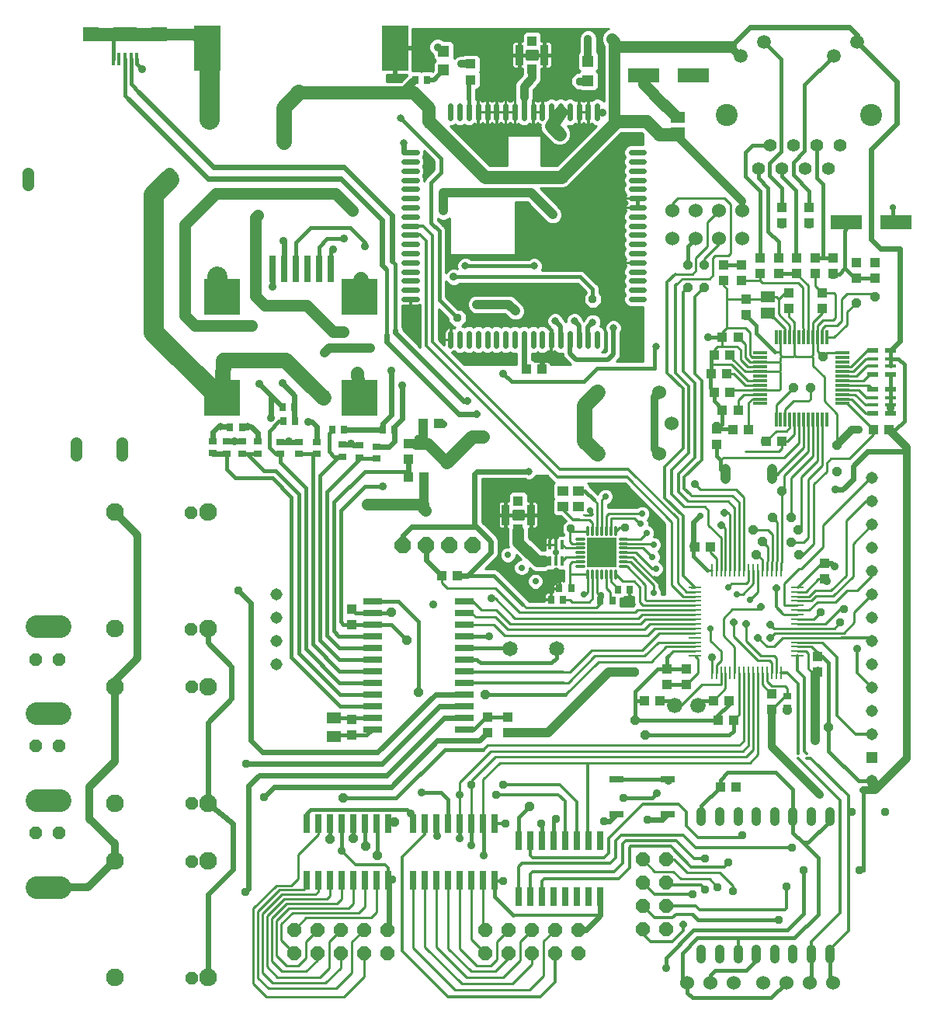
<source format=gtl>
G75*
G70*
%OFA0B0*%
%FSLAX24Y24*%
%IPPOS*%
%LPD*%
%AMOC8*
5,1,8,0,0,1.08239X$1,22.5*
%
%ADD10R,0.0394X0.0433*%
%ADD11R,0.0433X0.0394*%
%ADD12R,0.0354X0.0276*%
%ADD13R,0.0630X0.0512*%
%ADD14R,0.1378X0.0630*%
%ADD15C,0.0594*%
%ADD16C,0.0945*%
%ADD17C,0.0554*%
%ADD18C,0.0236*%
%ADD19R,0.0260X0.0800*%
%ADD20R,0.0800X0.0260*%
%ADD21R,0.0472X0.0472*%
%ADD22C,0.0440*%
%ADD23R,0.0276X0.0354*%
%ADD24R,0.0110X0.0580*%
%ADD25R,0.0580X0.0110*%
%ADD26R,0.0118X0.0591*%
%ADD27R,0.0591X0.0118*%
%ADD28C,0.0650*%
%ADD29C,0.0600*%
%ADD30OC8,0.0600*%
%ADD31R,0.0591X0.0512*%
%ADD32R,0.0600X0.0300*%
%ADD33C,0.0660*%
%ADD34C,0.0397*%
%ADD35R,0.0169X0.0110*%
%ADD36R,0.0335X0.0866*%
%ADD37R,0.0394X0.0413*%
%ADD38R,0.0295X0.1181*%
%ADD39R,0.1181X0.1969*%
%ADD40C,0.0760*%
%ADD41OC8,0.0520*%
%ADD42C,0.0974*%
%ADD43C,0.0515*%
%ADD44R,0.0515X0.0515*%
%ADD45R,0.0453X0.0173*%
%ADD46R,0.0453X0.0248*%
%ADD47C,0.0118*%
%ADD48R,0.1280X0.1280*%
%ADD49R,0.0472X0.0394*%
%ADD50R,0.0138X0.0098*%
%ADD51R,0.0098X0.0138*%
%ADD52R,0.0138X0.0394*%
%ADD53R,0.0157X0.0551*%
%ADD54R,0.0709X0.0591*%
%ADD55R,0.0984X0.0591*%
%ADD56C,0.0515*%
%ADD57R,0.1575X0.1575*%
%ADD58OC8,0.0700*%
%ADD59C,0.0100*%
%ADD60OC8,0.0396*%
%ADD61C,0.0160*%
%ADD62OC8,0.0357*%
%ADD63C,0.0400*%
%ADD64C,0.0320*%
%ADD65C,0.0357*%
%ADD66C,0.0500*%
%ADD67C,0.0317*%
%ADD68C,0.0120*%
%ADD69OC8,0.0317*%
%ADD70C,0.0560*%
%ADD71C,0.0278*%
%ADD72C,0.0240*%
%ADD73C,0.0860*%
%ADD74C,0.0660*%
%ADD75OC8,0.0278*%
%ADD76C,0.0197*%
%ADD77C,0.0366*%
%ADD78C,0.0039*%
D10*
X016316Y012190D03*
X016316Y012859D03*
X016316Y016914D03*
X016316Y017583D03*
X020164Y019020D03*
X020834Y019020D03*
X018727Y024001D03*
X018727Y024670D03*
X022123Y012957D03*
X022123Y012288D03*
X023009Y012288D03*
X023009Y012957D03*
X029849Y014355D03*
X029849Y015024D03*
X030686Y015024D03*
X030686Y014355D03*
X034328Y013942D03*
X034328Y013272D03*
X036296Y014896D03*
X036296Y015566D03*
X036592Y018883D03*
X036592Y019552D03*
X031966Y024641D03*
X031966Y025310D03*
X032664Y025270D03*
X033334Y025270D03*
X033245Y030202D03*
X033245Y030871D03*
X033836Y031973D03*
X033836Y032643D03*
X034623Y032643D03*
X034623Y031973D03*
X035066Y031166D03*
X035066Y030497D03*
X036198Y031973D03*
X036198Y032643D03*
X036493Y031166D03*
X036493Y030497D03*
X032261Y031678D03*
X032261Y032347D03*
X038718Y025270D03*
X039387Y025270D03*
D11*
X034761Y024778D03*
X034092Y024778D03*
X032891Y026107D03*
X032221Y026107D03*
X032546Y026894D03*
X031877Y026894D03*
X031729Y027682D03*
X031877Y028469D03*
X032546Y028469D03*
X032399Y027682D03*
X032221Y029257D03*
X032891Y029257D03*
X033048Y031678D03*
X033048Y032347D03*
X034771Y034139D03*
X034771Y034808D03*
X035952Y034808D03*
X035952Y034139D03*
X035410Y032643D03*
X035410Y031973D03*
X036985Y031973D03*
X036985Y032643D03*
X037969Y032446D03*
X037969Y031776D03*
X038757Y031776D03*
X038757Y032446D03*
X031710Y020251D03*
X031040Y020251D03*
X031828Y013656D03*
X032497Y013656D03*
X032694Y012820D03*
X032025Y012820D03*
X029544Y013656D03*
X028875Y013656D03*
X032123Y009965D03*
X032792Y009965D03*
X019406Y023253D03*
X018737Y023253D03*
X019377Y025566D03*
X020046Y025566D03*
X023806Y027879D03*
X024475Y027879D03*
X021414Y040300D03*
X021414Y040969D03*
D12*
X017359Y024562D03*
X017359Y024050D03*
X016641Y024089D03*
X016641Y024601D03*
X015893Y024641D03*
X015893Y024129D03*
X014790Y024247D03*
X014790Y024759D03*
X014023Y024759D03*
X014023Y024247D03*
X013255Y024247D03*
X013255Y024759D03*
X012261Y024769D03*
X012261Y024257D03*
X011601Y024257D03*
X011601Y024769D03*
X010942Y024778D03*
X010942Y024267D03*
X010322Y024281D03*
X010322Y024793D03*
X035017Y013863D03*
X035017Y013351D03*
D13*
X015529Y012918D03*
X015529Y012131D03*
D14*
X037546Y034178D03*
X039672Y034178D03*
X030962Y040477D03*
X028836Y040477D03*
D15*
X033019Y041316D03*
X034019Y041914D03*
X036999Y041316D03*
X037999Y041914D03*
D16*
X038609Y038784D03*
X032408Y038784D03*
D17*
X034259Y037485D03*
X034759Y036485D03*
X033759Y036485D03*
X035259Y037485D03*
X036259Y037485D03*
X036759Y036485D03*
X035759Y036485D03*
X037259Y037485D03*
D18*
X028855Y037180D02*
X028305Y037180D01*
X028305Y036786D02*
X028855Y036786D01*
X028855Y036393D02*
X028305Y036393D01*
X028305Y035999D02*
X028855Y035999D01*
X028855Y035605D02*
X028305Y035605D01*
X028305Y035211D02*
X028855Y035211D01*
X028855Y034818D02*
X028305Y034818D01*
X028305Y034424D02*
X028855Y034424D01*
X028855Y034030D02*
X028305Y034030D01*
X028305Y033637D02*
X028855Y033637D01*
X028855Y033243D02*
X028305Y033243D01*
X028305Y032849D02*
X028855Y032849D01*
X028855Y032456D02*
X028305Y032456D01*
X028305Y032062D02*
X028855Y032062D01*
X028855Y031668D02*
X028305Y031668D01*
X028305Y031274D02*
X028855Y031274D01*
X028855Y030881D02*
X028305Y030881D01*
X026847Y029423D02*
X026847Y028873D01*
X026454Y028873D02*
X026454Y029423D01*
X026060Y029423D02*
X026060Y028873D01*
X025666Y028873D02*
X025666Y029423D01*
X025273Y029423D02*
X025273Y028873D01*
X024879Y028873D02*
X024879Y029423D01*
X024485Y029423D02*
X024485Y028873D01*
X024092Y028873D02*
X024092Y029423D01*
X023698Y029423D02*
X023698Y028873D01*
X023304Y028873D02*
X023304Y029423D01*
X022910Y029423D02*
X022910Y028873D01*
X022517Y028873D02*
X022517Y029423D01*
X022123Y029423D02*
X022123Y028873D01*
X021729Y028873D02*
X021729Y029423D01*
X021336Y029423D02*
X021336Y028873D01*
X020942Y028873D02*
X020942Y029423D01*
X020548Y029423D02*
X020548Y028873D01*
X019091Y030881D02*
X018541Y030881D01*
X018541Y031274D02*
X019091Y031274D01*
X019091Y031668D02*
X018541Y031668D01*
X018541Y032062D02*
X019091Y032062D01*
X019091Y032456D02*
X018541Y032456D01*
X018541Y032849D02*
X019091Y032849D01*
X019091Y033243D02*
X018541Y033243D01*
X018541Y033637D02*
X019091Y033637D01*
X019091Y034030D02*
X018541Y034030D01*
X018541Y034424D02*
X019091Y034424D01*
X019091Y034818D02*
X018541Y034818D01*
X018541Y035211D02*
X019091Y035211D01*
X019091Y035605D02*
X018541Y035605D01*
X018541Y035999D02*
X019091Y035999D01*
X019091Y036393D02*
X018541Y036393D01*
X018541Y036786D02*
X019091Y036786D01*
X019091Y037180D02*
X018541Y037180D01*
X020548Y038637D02*
X020548Y039187D01*
X020942Y039187D02*
X020942Y038637D01*
X021336Y038637D02*
X021336Y039187D01*
X021729Y039187D02*
X021729Y038637D01*
X022123Y038637D02*
X022123Y039187D01*
X022517Y039187D02*
X022517Y038637D01*
X022910Y038637D02*
X022910Y039187D01*
X023304Y039187D02*
X023304Y038637D01*
X023698Y038637D02*
X023698Y039187D01*
X024092Y039187D02*
X024092Y038637D01*
X024485Y038637D02*
X024485Y039187D01*
X024879Y039187D02*
X024879Y038637D01*
X025273Y038637D02*
X025273Y039187D01*
X025666Y039187D02*
X025666Y038637D01*
X026060Y038637D02*
X026060Y039187D01*
X026454Y039187D02*
X026454Y038637D01*
X026847Y038637D02*
X026847Y039187D01*
D19*
X022446Y008370D03*
X021946Y008370D03*
X021446Y008370D03*
X020946Y008370D03*
X020446Y008370D03*
X019946Y008370D03*
X019446Y008370D03*
X018946Y008370D03*
X017869Y008370D03*
X017369Y008370D03*
X016869Y008370D03*
X016369Y008370D03*
X015869Y008370D03*
X015369Y008370D03*
X014869Y008370D03*
X014369Y008370D03*
X014369Y005950D03*
X014869Y005950D03*
X015369Y005950D03*
X015869Y005950D03*
X016369Y005950D03*
X016869Y005950D03*
X017369Y005950D03*
X017869Y005950D03*
X018946Y005950D03*
X019446Y005950D03*
X019946Y005950D03*
X020446Y005950D03*
X020946Y005950D03*
X021446Y005950D03*
X021946Y005950D03*
X022446Y005950D03*
X023460Y005238D03*
X023960Y005238D03*
X024460Y005238D03*
X024960Y005238D03*
X025460Y005238D03*
X025960Y005238D03*
X026460Y005238D03*
X026960Y005238D03*
X026960Y007658D03*
X026460Y007658D03*
X025960Y007658D03*
X025460Y007658D03*
X024960Y007658D03*
X024460Y007658D03*
X023960Y007658D03*
X023460Y007658D03*
D20*
X021150Y012432D03*
X021150Y012932D03*
X021150Y013432D03*
X021150Y013932D03*
X021150Y014432D03*
X021150Y014932D03*
X021150Y015432D03*
X021150Y015932D03*
X021150Y016432D03*
X021150Y016932D03*
X021150Y017432D03*
X021150Y017932D03*
X017190Y017932D03*
X017190Y017432D03*
X017190Y016932D03*
X017190Y016432D03*
X017190Y015932D03*
X017190Y015432D03*
X017190Y014932D03*
X017190Y014432D03*
X017190Y013932D03*
X017190Y013432D03*
X017190Y012932D03*
X017190Y012432D03*
D21*
X026454Y040261D03*
X026454Y041087D03*
X020253Y040704D03*
X020253Y041530D03*
D22*
X032344Y023620D02*
X032344Y023180D01*
X034344Y023180D02*
X034344Y023620D01*
D23*
X028235Y018430D03*
X027723Y018430D03*
X027497Y017938D03*
X026985Y017938D03*
X025725Y018479D03*
X025214Y018479D03*
X025381Y017987D03*
X024869Y017987D03*
X018147Y025270D03*
X017635Y025270D03*
X015981Y025270D03*
X015469Y025270D03*
X013875Y025635D03*
X013363Y025635D03*
X013344Y026265D03*
X013855Y026265D03*
X011592Y025384D03*
X011080Y025384D03*
X019032Y040290D03*
X019544Y040290D03*
D24*
X031765Y019262D03*
X031965Y019262D03*
X032165Y019262D03*
X032355Y019262D03*
X032555Y019262D03*
X032755Y019262D03*
X032945Y019262D03*
X033145Y019262D03*
X033345Y019262D03*
X033545Y019262D03*
X033735Y019262D03*
X033935Y019262D03*
X034135Y019262D03*
X034325Y019262D03*
X034525Y019262D03*
X034725Y019262D03*
X034725Y014842D03*
X034525Y014842D03*
X034325Y014842D03*
X034135Y014842D03*
X033935Y014842D03*
X033735Y014842D03*
X033545Y014842D03*
X033345Y014842D03*
X033145Y014842D03*
X032945Y014842D03*
X032755Y014842D03*
X032555Y014842D03*
X032355Y014842D03*
X032165Y014842D03*
X031965Y014842D03*
X031765Y014842D03*
D25*
X031035Y015572D03*
X031035Y015772D03*
X031035Y015972D03*
X031035Y016162D03*
X031035Y016362D03*
X031035Y016562D03*
X031035Y016752D03*
X031035Y016952D03*
X031035Y017152D03*
X031035Y017352D03*
X031035Y017542D03*
X031035Y017742D03*
X031035Y017942D03*
X031035Y018132D03*
X031035Y018332D03*
X031035Y018532D03*
X035455Y018532D03*
X035455Y018332D03*
X035455Y018132D03*
X035455Y017942D03*
X035455Y017742D03*
X035455Y017542D03*
X035455Y017352D03*
X035455Y017152D03*
X035455Y016952D03*
X035455Y016752D03*
X035455Y016562D03*
X035455Y016362D03*
X035455Y016162D03*
X035455Y015972D03*
X035455Y015772D03*
X035455Y015572D03*
D26*
X035509Y025733D03*
X035706Y025733D03*
X035903Y025733D03*
X036099Y025733D03*
X036296Y025733D03*
X036493Y025733D03*
X036690Y025733D03*
X035312Y025733D03*
X035115Y025733D03*
X034918Y025733D03*
X034721Y025733D03*
X034525Y025733D03*
X034525Y029237D03*
X034721Y029237D03*
X034918Y029237D03*
X035115Y029237D03*
X035312Y029237D03*
X035509Y029237D03*
X035706Y029237D03*
X035903Y029237D03*
X036099Y029237D03*
X036296Y029237D03*
X036493Y029237D03*
X036690Y029237D03*
D27*
X037359Y028568D03*
X037359Y028371D03*
X037359Y028174D03*
X037359Y027977D03*
X037359Y027780D03*
X037359Y027583D03*
X037359Y027387D03*
X037359Y027190D03*
X037359Y026993D03*
X037359Y026796D03*
X037359Y026599D03*
X037359Y026402D03*
X033855Y026402D03*
X033855Y026599D03*
X033855Y026796D03*
X033855Y026993D03*
X033855Y027190D03*
X033855Y027387D03*
X033855Y027583D03*
X033855Y027780D03*
X033855Y027977D03*
X033855Y028174D03*
X033855Y028371D03*
X033855Y028568D03*
D28*
X025092Y015871D03*
X023092Y015871D03*
D29*
X026857Y024247D03*
X026306Y025566D03*
X026857Y026885D03*
X029495Y026885D03*
X030046Y025566D03*
X029495Y024247D03*
X030072Y033489D03*
X031072Y033489D03*
X031072Y034670D03*
X030072Y034670D03*
X032072Y034670D03*
X033072Y034670D03*
X033072Y033489D03*
X032072Y033489D03*
X031719Y001550D03*
X030719Y001550D03*
X032719Y001550D03*
X033960Y001550D03*
X034960Y001550D03*
X035960Y001550D03*
X036960Y001550D03*
D30*
X029798Y003839D03*
X028798Y003839D03*
X028798Y004839D03*
X029798Y004839D03*
X029798Y005839D03*
X028798Y005839D03*
X028798Y006839D03*
X029798Y006839D03*
X026042Y003831D03*
X026042Y002831D03*
X025042Y002831D03*
X025042Y003831D03*
X024042Y003831D03*
X024042Y002831D03*
X023042Y002831D03*
X023042Y003831D03*
X022042Y003831D03*
X022042Y002831D03*
X017824Y002831D03*
X016824Y002831D03*
X016824Y003831D03*
X017824Y003831D03*
X015824Y003831D03*
X015824Y002831D03*
X014824Y002831D03*
X014824Y003831D03*
X013824Y003831D03*
X013824Y002831D03*
D31*
X034180Y030300D03*
X034180Y030969D03*
X030292Y038026D03*
X030292Y038696D03*
D32*
X029867Y010272D03*
X029867Y008772D03*
X027667Y008772D03*
X027667Y010272D03*
D33*
X030186Y013459D03*
X031186Y013459D03*
D34*
X031316Y008886D02*
X031316Y008489D01*
X032103Y008489D02*
X032103Y008886D01*
X032891Y008886D02*
X032891Y008489D01*
X033678Y008489D02*
X033678Y008886D01*
X034466Y008886D02*
X034466Y008489D01*
X035253Y008489D02*
X035253Y008886D01*
X036040Y008886D02*
X036040Y008489D01*
X036828Y008489D02*
X036828Y008886D01*
X036828Y002977D02*
X036828Y002580D01*
X036040Y002580D02*
X036040Y002977D01*
X035253Y002977D02*
X035253Y002580D01*
X034466Y002580D02*
X034466Y002977D01*
X033678Y002977D02*
X033678Y002580D01*
X032891Y002580D02*
X032891Y002977D01*
X032103Y002977D02*
X032103Y002580D01*
X031316Y002580D02*
X031316Y002977D01*
D35*
X035460Y011194D03*
X035460Y011394D03*
X035853Y011394D03*
X035853Y011194D03*
D36*
X023993Y021629D03*
X022910Y021629D03*
X023501Y041363D03*
X024584Y041363D03*
D37*
X024042Y041963D03*
X024042Y040763D03*
X023452Y022229D03*
X023452Y021028D03*
D38*
X015389Y032198D03*
X014889Y032198D03*
X014389Y032198D03*
X013889Y032198D03*
X013389Y032198D03*
X012889Y032198D03*
D39*
X010109Y041658D03*
X018160Y041658D03*
D40*
X010127Y021747D03*
X006127Y021747D03*
X006127Y016747D03*
X006127Y014267D03*
X010127Y014267D03*
X010127Y016747D03*
X010127Y009267D03*
X010127Y006786D03*
X006127Y006786D03*
X006127Y009267D03*
X006127Y001786D03*
X010127Y001786D03*
D41*
X009426Y001757D03*
X009426Y006757D03*
X009431Y009252D03*
X009431Y014252D03*
X009392Y016727D03*
X009392Y021727D03*
X003725Y015428D03*
X002725Y015428D03*
X002735Y011707D03*
X003735Y011707D03*
X003725Y007997D03*
X002725Y007997D03*
D42*
X002787Y005635D02*
X003762Y005635D01*
X003762Y009375D02*
X002787Y009375D01*
X002787Y013115D02*
X003762Y013115D01*
X003762Y016855D02*
X002787Y016855D01*
D43*
X013082Y017219D03*
X013082Y018219D03*
X013082Y016219D03*
X013082Y015219D03*
X038655Y015219D03*
X038655Y014219D03*
X038655Y013219D03*
X038655Y012219D03*
X038655Y010219D03*
X038655Y016219D03*
X038655Y017219D03*
X038655Y018219D03*
X038655Y019219D03*
X038655Y020219D03*
X038655Y021219D03*
X038655Y022219D03*
X038655Y023219D03*
D44*
X038655Y011219D03*
D45*
X038668Y026343D03*
X038668Y026658D03*
X039436Y026658D03*
X039436Y026343D03*
X039436Y028017D03*
X039436Y028331D03*
X038668Y028331D03*
X038668Y028017D03*
D46*
X038668Y027664D03*
X038668Y027011D03*
X039436Y027011D03*
X039436Y027664D03*
X039436Y028684D03*
X038668Y028684D03*
X038668Y025991D03*
X039436Y025991D03*
D47*
X028116Y020595D02*
X027822Y020595D01*
X027822Y020398D02*
X028116Y020398D01*
X028116Y020202D02*
X027822Y020202D01*
X027822Y020005D02*
X028116Y020005D01*
X028116Y019808D02*
X027822Y019808D01*
X027822Y019611D02*
X028116Y019611D01*
X028116Y019414D02*
X027822Y019414D01*
X027635Y019227D02*
X027635Y018933D01*
X027438Y018933D02*
X027438Y019227D01*
X027241Y019227D02*
X027241Y018933D01*
X027044Y018933D02*
X027044Y019227D01*
X026847Y019227D02*
X026847Y018933D01*
X026651Y018933D02*
X026651Y019227D01*
X026454Y019227D02*
X026454Y018933D01*
X026266Y019414D02*
X025972Y019414D01*
X025972Y019611D02*
X026266Y019611D01*
X026266Y019808D02*
X025972Y019808D01*
X025972Y020005D02*
X026266Y020005D01*
X026266Y020202D02*
X025972Y020202D01*
X025972Y020398D02*
X026266Y020398D01*
X026266Y020595D02*
X025972Y020595D01*
X026454Y020783D02*
X026454Y021077D01*
X026651Y021077D02*
X026651Y020783D01*
X026847Y020783D02*
X026847Y021077D01*
X027044Y021077D02*
X027044Y020783D01*
X027241Y020783D02*
X027241Y021077D01*
X027438Y021077D02*
X027438Y020783D01*
X027635Y020783D02*
X027635Y021077D01*
D48*
X027044Y020005D03*
D49*
X026050Y021983D03*
X025381Y021983D03*
X025381Y022652D03*
X026050Y022652D03*
D50*
X026306Y021629D03*
X026306Y021432D03*
D51*
X026651Y021678D03*
X026847Y021678D03*
D52*
X025332Y020359D03*
X025076Y020359D03*
X024820Y020359D03*
X024820Y019650D03*
X025076Y019650D03*
X025332Y019650D03*
D53*
X007084Y041186D03*
X006828Y041186D03*
X006572Y041186D03*
X006316Y041186D03*
X006060Y041186D03*
D54*
X005115Y042249D03*
X008029Y042249D03*
D55*
X006572Y042249D03*
D56*
X008481Y036286D02*
X008481Y035771D01*
X002418Y035771D02*
X002418Y036286D01*
X004466Y024711D02*
X004466Y024196D01*
X006434Y024196D02*
X006434Y024711D01*
D57*
X010735Y026648D03*
X010735Y030979D03*
X016641Y030979D03*
X016641Y026648D03*
D58*
X018517Y020303D03*
X019517Y020303D03*
X020517Y020303D03*
X021517Y020303D03*
D59*
X022230Y021005D02*
X022992Y021005D01*
X022992Y021031D02*
X022992Y020532D01*
X022989Y020525D01*
X022992Y020441D01*
X022992Y020356D01*
X022995Y020349D01*
X022995Y020342D01*
X023029Y020265D01*
X023034Y020255D01*
X022939Y020255D01*
X022811Y020202D01*
X022713Y020104D01*
X022660Y019976D01*
X022660Y019837D01*
X022713Y019709D01*
X022811Y019610D01*
X022939Y019557D01*
X023078Y019557D01*
X023207Y019610D01*
X023305Y019709D01*
X023358Y019837D01*
X023358Y019904D01*
X023560Y019714D01*
X023530Y019714D01*
X023402Y019661D01*
X023303Y019563D01*
X023250Y019434D01*
X023250Y019296D01*
X023303Y019167D01*
X023402Y019069D01*
X023530Y019016D01*
X023669Y019016D01*
X023797Y019069D01*
X023895Y019167D01*
X023948Y019296D01*
X023948Y019348D01*
X023968Y019330D01*
X024028Y019270D01*
X024034Y019268D01*
X024040Y019263D01*
X024119Y019233D01*
X024197Y019200D01*
X024204Y019200D01*
X024211Y019198D01*
X024295Y019200D01*
X024626Y019200D01*
X024731Y019244D01*
X024976Y019244D01*
X025036Y019304D01*
X025076Y019304D01*
X025116Y019304D01*
X025176Y019244D01*
X025406Y019244D01*
X025406Y018797D01*
X025371Y018806D01*
X025232Y018806D01*
X025232Y018498D01*
X025195Y018498D01*
X025195Y018806D01*
X025056Y018806D01*
X025018Y018796D01*
X024984Y018776D01*
X024956Y018748D01*
X024936Y018714D01*
X024926Y018676D01*
X024926Y018498D01*
X025195Y018498D01*
X025195Y018460D01*
X024926Y018460D01*
X024926Y018314D01*
X024888Y018314D01*
X024888Y018006D01*
X024850Y018006D01*
X024850Y017968D01*
X024581Y017968D01*
X024581Y017903D01*
X023916Y017903D01*
X023894Y017954D01*
X022664Y019185D01*
X022583Y019266D01*
X022476Y019310D01*
X022043Y019310D01*
X022550Y019818D01*
X022601Y019939D01*
X022601Y020562D01*
X022550Y020684D01*
X022458Y020777D01*
X021912Y021323D01*
X021912Y023169D01*
X023728Y023169D01*
X023821Y023130D01*
X023968Y023130D01*
X024104Y023186D01*
X024207Y023290D01*
X024212Y023302D01*
X024694Y023302D01*
X024972Y023024D01*
X025008Y023009D01*
X024935Y022936D01*
X024935Y022369D01*
X024985Y022318D01*
X024935Y022267D01*
X024935Y021699D01*
X025058Y021576D01*
X025288Y021576D01*
X025496Y021368D01*
X025327Y021199D01*
X025327Y020877D01*
X025406Y020798D01*
X025406Y020766D01*
X025176Y020766D01*
X025116Y020706D01*
X025076Y020706D01*
X025076Y020666D01*
X025076Y020666D01*
X025076Y020706D01*
X024987Y020706D01*
X024949Y020696D01*
X024948Y020695D01*
X024947Y020696D01*
X024909Y020706D01*
X024820Y020706D01*
X024820Y020359D01*
X024820Y020359D01*
X025053Y020359D01*
X025053Y020359D01*
X025039Y020359D01*
X024820Y020359D01*
X024820Y020359D01*
X024601Y020359D01*
X024601Y020142D01*
X024607Y020120D01*
X024471Y020120D01*
X023912Y020646D01*
X023912Y021031D01*
X023906Y021046D01*
X023959Y021046D01*
X023959Y021595D01*
X023676Y021595D01*
X023676Y021445D01*
X023228Y021445D01*
X023228Y021595D01*
X022944Y021595D01*
X022944Y021046D01*
X022998Y021046D01*
X022992Y021031D01*
X022944Y021103D02*
X022877Y021103D01*
X022877Y021046D02*
X022877Y021595D01*
X022944Y021595D01*
X022944Y021662D01*
X023228Y021662D01*
X023228Y021812D01*
X023676Y021812D01*
X023676Y021662D01*
X023959Y021662D01*
X023959Y021595D01*
X024027Y021595D01*
X024027Y021662D01*
X024310Y021662D01*
X024310Y022082D01*
X024300Y022120D01*
X024280Y022154D01*
X024253Y022182D01*
X024218Y022202D01*
X024180Y022212D01*
X024027Y022212D01*
X024027Y021662D01*
X023959Y021662D01*
X023959Y022212D01*
X023859Y022212D01*
X023859Y022523D01*
X023736Y022646D01*
X023168Y022646D01*
X023045Y022523D01*
X023045Y022212D01*
X022944Y022212D01*
X022944Y021662D01*
X022877Y021662D01*
X022877Y021595D01*
X022593Y021595D01*
X022593Y021176D01*
X022603Y021138D01*
X022623Y021104D01*
X022651Y021076D01*
X022685Y021056D01*
X022723Y021046D01*
X022877Y021046D01*
X022877Y021202D02*
X022944Y021202D01*
X022944Y021300D02*
X022877Y021300D01*
X022877Y021399D02*
X022944Y021399D01*
X022944Y021497D02*
X022877Y021497D01*
X022877Y021596D02*
X021912Y021596D01*
X021912Y021694D02*
X022593Y021694D01*
X022593Y021662D02*
X022877Y021662D01*
X022877Y022212D01*
X022723Y022212D01*
X022685Y022202D01*
X022651Y022182D01*
X022623Y022154D01*
X022603Y022120D01*
X022593Y022082D01*
X022593Y021662D01*
X022593Y021793D02*
X021912Y021793D01*
X021912Y021891D02*
X022593Y021891D01*
X022593Y021990D02*
X021912Y021990D01*
X021912Y022088D02*
X022595Y022088D01*
X022659Y022187D02*
X021912Y022187D01*
X021912Y022285D02*
X023045Y022285D01*
X023045Y022384D02*
X021912Y022384D01*
X021912Y022482D02*
X023045Y022482D01*
X023103Y022581D02*
X021912Y022581D01*
X021912Y022679D02*
X024935Y022679D01*
X024935Y022581D02*
X023801Y022581D01*
X023859Y022482D02*
X024935Y022482D01*
X024935Y022384D02*
X023859Y022384D01*
X023859Y022285D02*
X024953Y022285D01*
X024935Y022187D02*
X024244Y022187D01*
X024309Y022088D02*
X024935Y022088D01*
X024935Y021990D02*
X024310Y021990D01*
X024310Y021891D02*
X024935Y021891D01*
X024935Y021793D02*
X024310Y021793D01*
X024310Y021694D02*
X024940Y021694D01*
X025038Y021596D02*
X024027Y021596D01*
X024027Y021595D02*
X024310Y021595D01*
X024310Y021176D01*
X024300Y021138D01*
X024280Y021104D01*
X024253Y021076D01*
X024218Y021056D01*
X024180Y021046D01*
X024027Y021046D01*
X024027Y021595D01*
X023959Y021596D02*
X022944Y021596D01*
X022944Y021694D02*
X022877Y021694D01*
X022877Y021793D02*
X022944Y021793D01*
X022944Y021891D02*
X022877Y021891D01*
X022877Y021990D02*
X022944Y021990D01*
X022944Y022088D02*
X022877Y022088D01*
X022877Y022187D02*
X022944Y022187D01*
X023228Y021793D02*
X023676Y021793D01*
X023676Y021694D02*
X023228Y021694D01*
X023228Y021497D02*
X023676Y021497D01*
X023959Y021497D02*
X024027Y021497D01*
X024027Y021399D02*
X023959Y021399D01*
X023959Y021300D02*
X024027Y021300D01*
X024027Y021202D02*
X023959Y021202D01*
X023959Y021103D02*
X024027Y021103D01*
X023912Y021005D02*
X025327Y021005D01*
X025327Y021103D02*
X024280Y021103D01*
X024310Y021202D02*
X025330Y021202D01*
X025428Y021300D02*
X024310Y021300D01*
X024310Y021399D02*
X025466Y021399D01*
X025367Y021497D02*
X024310Y021497D01*
X024027Y021694D02*
X023959Y021694D01*
X023959Y021793D02*
X024027Y021793D01*
X024027Y021891D02*
X023959Y021891D01*
X023959Y021990D02*
X024027Y021990D01*
X024027Y022088D02*
X023959Y022088D01*
X023959Y022187D02*
X024027Y022187D01*
X024068Y023172D02*
X024824Y023172D01*
X024726Y023270D02*
X024187Y023270D01*
X024923Y023073D02*
X021912Y023073D01*
X021912Y022975D02*
X024973Y022975D01*
X024935Y022876D02*
X021912Y022876D01*
X021912Y022778D02*
X024935Y022778D01*
X025381Y021983D02*
X025479Y022013D01*
X026060Y021432D02*
X026306Y021432D01*
X026503Y021432D01*
X026651Y021284D01*
X026651Y020930D01*
X026847Y020930D02*
X026847Y021678D01*
X026847Y022121D01*
X026700Y022269D01*
X026858Y022521D02*
X026562Y022817D01*
X026496Y022882D01*
X026496Y022936D01*
X026450Y022983D01*
X028029Y022983D01*
X029751Y021261D01*
X029751Y018202D01*
X029603Y018202D01*
X029608Y018213D01*
X029608Y018352D01*
X029555Y018480D01*
X029519Y018516D01*
X029519Y018678D01*
X029479Y018774D01*
X029286Y018968D01*
X029288Y018967D01*
X029427Y018967D01*
X029555Y019020D01*
X029653Y019118D01*
X029706Y019246D01*
X029706Y019385D01*
X029653Y019513D01*
X029555Y019612D01*
X029513Y019629D01*
X029559Y019738D01*
X029559Y019877D01*
X029506Y020006D01*
X029457Y020054D01*
X029555Y020151D01*
X029608Y020280D01*
X029608Y020419D01*
X029555Y020547D01*
X029457Y020645D01*
X029328Y020698D01*
X029282Y020698D01*
X029313Y020772D01*
X029313Y020911D01*
X029259Y021039D01*
X029161Y021137D01*
X029067Y021176D01*
X029067Y021304D01*
X029014Y021432D01*
X029063Y021480D01*
X029116Y021609D01*
X029116Y021747D01*
X029063Y021876D01*
X028964Y021974D01*
X028836Y022027D01*
X028697Y022027D01*
X028569Y021974D01*
X028533Y021938D01*
X027304Y021938D01*
X027304Y022085D01*
X027390Y022120D01*
X027488Y022218D01*
X027541Y022347D01*
X027541Y022486D01*
X027488Y022614D01*
X027390Y022712D01*
X027261Y022765D01*
X027122Y022765D01*
X026994Y022712D01*
X026896Y022614D01*
X026858Y022521D01*
X026882Y022581D02*
X026798Y022581D01*
X026699Y022679D02*
X026961Y022679D01*
X027192Y022416D02*
X027044Y022269D01*
X027044Y020930D01*
X027241Y020930D02*
X027241Y021580D01*
X027340Y021678D01*
X028767Y021678D01*
X029116Y021694D02*
X029318Y021694D01*
X029220Y021793D02*
X029097Y021793D01*
X029121Y021891D02*
X029047Y021891D01*
X029023Y021990D02*
X028927Y021990D01*
X028924Y022088D02*
X027312Y022088D01*
X027304Y021990D02*
X028607Y021990D01*
X028826Y022187D02*
X027456Y022187D01*
X027515Y022285D02*
X028727Y022285D01*
X028629Y022384D02*
X027541Y022384D01*
X027541Y022482D02*
X028530Y022482D01*
X028432Y022581D02*
X027502Y022581D01*
X027423Y022679D02*
X028333Y022679D01*
X028235Y022778D02*
X026601Y022778D01*
X026502Y022876D02*
X028136Y022876D01*
X028038Y022975D02*
X026458Y022975D01*
X026552Y021826D02*
X026552Y021629D01*
X026306Y021629D01*
X026601Y021629D01*
X026651Y021678D01*
X026454Y020930D02*
X025716Y020930D01*
X025716Y021038D01*
X025716Y020930D02*
X025676Y020930D01*
X025666Y020940D01*
X025666Y020497D01*
X025765Y020398D01*
X026119Y020398D01*
X026119Y020202D02*
X025489Y020202D01*
X025332Y020359D01*
X025076Y020359D02*
X025076Y019650D01*
X025332Y019650D02*
X025489Y019808D01*
X026119Y019808D01*
X026119Y019611D02*
X025765Y019611D01*
X025666Y019513D01*
X025666Y019119D01*
X025706Y019080D01*
X026454Y019080D01*
X026454Y018331D01*
X026355Y018233D01*
X026257Y018233D01*
X026503Y017889D02*
X025765Y017889D01*
X025666Y017987D01*
X025381Y017987D01*
X025529Y017987D01*
X025725Y018479D02*
X025666Y018578D01*
X025666Y019119D01*
X025406Y019133D02*
X023861Y019133D01*
X023922Y019232D02*
X024121Y019232D01*
X024121Y019123D02*
X023992Y019070D01*
X023894Y018972D01*
X023841Y018844D01*
X023841Y018705D01*
X023894Y018577D01*
X023992Y018478D01*
X024121Y018425D01*
X024259Y018425D01*
X024388Y018478D01*
X024486Y018577D01*
X024539Y018705D01*
X024539Y018844D01*
X024486Y018972D01*
X024388Y019070D01*
X024259Y019123D01*
X024121Y019123D01*
X023956Y019035D02*
X023714Y019035D01*
X023879Y018936D02*
X022913Y018936D01*
X023011Y018838D02*
X023841Y018838D01*
X023841Y018739D02*
X023110Y018739D01*
X023208Y018641D02*
X023868Y018641D01*
X023929Y018542D02*
X023307Y018542D01*
X023405Y018444D02*
X024077Y018444D01*
X024303Y018444D02*
X024926Y018444D01*
X024926Y018542D02*
X024451Y018542D01*
X024512Y018641D02*
X024926Y018641D01*
X024950Y018739D02*
X024539Y018739D01*
X024539Y018838D02*
X025406Y018838D01*
X025406Y018936D02*
X024501Y018936D01*
X024424Y019035D02*
X025406Y019035D01*
X025406Y019232D02*
X024701Y019232D01*
X025076Y019304D02*
X025076Y019344D01*
X025076Y019344D01*
X025076Y019344D01*
X025076Y019304D01*
X025076Y019330D02*
X025076Y019330D01*
X024820Y019650D02*
X024810Y019660D01*
X024534Y019660D01*
X024601Y020217D02*
X024369Y020217D01*
X024264Y020315D02*
X024601Y020315D01*
X024601Y020359D02*
X024820Y020359D01*
X024820Y020359D01*
X024820Y020706D01*
X024731Y020706D01*
X024693Y020696D01*
X024659Y020676D01*
X024631Y020648D01*
X024611Y020614D01*
X024601Y020576D01*
X024601Y020359D01*
X024601Y020414D02*
X024159Y020414D01*
X024055Y020512D02*
X024601Y020512D01*
X024610Y020611D02*
X023950Y020611D01*
X023912Y020709D02*
X025119Y020709D01*
X025327Y020906D02*
X023912Y020906D01*
X023912Y020808D02*
X025397Y020808D01*
X025125Y021087D02*
X025076Y021038D01*
X024820Y020611D02*
X024820Y020611D01*
X024820Y020512D02*
X024820Y020512D01*
X024820Y020414D02*
X024820Y020414D01*
X025076Y020052D02*
X025076Y020052D01*
X025076Y020012D01*
X025116Y020012D01*
X025123Y020005D01*
X025116Y019997D01*
X025076Y019997D01*
X025076Y019957D01*
X025076Y019957D01*
X025076Y019957D01*
X025076Y019997D01*
X025036Y019997D01*
X025021Y020012D01*
X025076Y020012D01*
X025076Y020052D01*
X025076Y020020D02*
X025076Y020020D01*
X025195Y018739D02*
X025232Y018739D01*
X025232Y018641D02*
X025195Y018641D01*
X025195Y018542D02*
X025232Y018542D01*
X024926Y018345D02*
X023504Y018345D01*
X023602Y018247D02*
X024606Y018247D01*
X024611Y018256D02*
X024592Y018222D01*
X024581Y018184D01*
X024581Y018006D01*
X024850Y018006D01*
X024850Y018314D01*
X024712Y018314D01*
X024673Y018304D01*
X024639Y018284D01*
X024611Y018256D01*
X024581Y018148D02*
X023701Y018148D01*
X023799Y018050D02*
X024581Y018050D01*
X024581Y017951D02*
X023896Y017951D01*
X023649Y017790D02*
X023796Y017643D01*
X026798Y017643D01*
X027044Y017889D01*
X026995Y018184D01*
X026946Y018184D01*
X026847Y018282D01*
X026847Y019080D01*
X026651Y019080D02*
X026651Y018036D01*
X026503Y017889D01*
X027389Y018046D02*
X027497Y017938D01*
X027389Y018046D02*
X027389Y018331D01*
X027241Y018479D01*
X027241Y019080D01*
X027438Y019080D02*
X027438Y018774D01*
X027684Y018528D01*
X027723Y018430D01*
X027845Y018043D02*
X027948Y018043D01*
X028026Y018121D01*
X028040Y018113D01*
X028078Y018103D01*
X028216Y018103D01*
X028216Y018411D01*
X028254Y018411D01*
X028254Y018103D01*
X028393Y018103D01*
X028408Y018107D01*
X028408Y017837D01*
X028436Y017769D01*
X028420Y017762D01*
X028364Y017706D01*
X027845Y017706D01*
X027845Y018043D01*
X027845Y017951D02*
X028408Y017951D01*
X028408Y017853D02*
X027845Y017853D01*
X027845Y017754D02*
X028412Y017754D01*
X028568Y017542D02*
X031035Y017542D01*
X031035Y017352D02*
X028771Y017352D01*
X028619Y017200D01*
X023304Y017200D01*
X022468Y018036D01*
X022320Y018036D01*
X022468Y018479D02*
X020401Y018479D01*
X020164Y018715D01*
X020164Y019020D01*
X021156Y017938D02*
X021150Y017932D01*
X021489Y017932D01*
X021877Y017544D01*
X022517Y017544D01*
X023107Y016954D01*
X028718Y016954D01*
X028916Y017152D01*
X031035Y017152D01*
X031035Y016952D02*
X029110Y016952D01*
X028865Y016707D01*
X023009Y016707D01*
X022468Y017249D01*
X021631Y017249D01*
X021448Y017432D01*
X021150Y017432D01*
X021164Y017446D01*
X021243Y017839D02*
X021150Y017932D01*
X021194Y017889D01*
X021170Y016952D02*
X021150Y016932D01*
X022391Y016932D01*
X022861Y016461D01*
X029013Y016461D01*
X029303Y016752D01*
X031035Y016752D01*
X031035Y016562D02*
X031033Y016560D01*
X029505Y016560D01*
X028767Y015822D01*
X026601Y015822D01*
X025666Y014887D01*
X025371Y014887D01*
X025408Y014432D02*
X025605Y014432D01*
X026749Y015576D01*
X028865Y015576D01*
X029456Y016166D01*
X029653Y016166D01*
X029657Y016162D01*
X031035Y016162D01*
X031035Y015972D02*
X031032Y015969D01*
X029800Y015969D01*
X029160Y015330D01*
X026897Y015330D01*
X025469Y013902D01*
X023009Y012288D02*
X023009Y012278D01*
X022123Y011737D02*
X021946Y011560D01*
X022123Y011737D02*
X032950Y011737D01*
X033145Y011932D01*
X033145Y014842D01*
X032945Y014842D02*
X032945Y013071D01*
X032694Y012820D01*
X031828Y013656D02*
X032355Y014184D01*
X032355Y014842D01*
X032165Y014842D02*
X032165Y014345D01*
X031326Y014345D01*
X030440Y013459D01*
X030186Y013459D01*
X030686Y014355D02*
X031173Y014842D01*
X031173Y015434D01*
X031035Y015572D01*
X031035Y015772D02*
X030095Y015772D01*
X029899Y015576D01*
X031769Y015526D02*
X031769Y014846D01*
X031765Y014842D01*
X031965Y014842D02*
X031965Y015181D01*
X032162Y015379D01*
X032162Y015772D01*
X031719Y016215D01*
X031719Y016757D01*
X032261Y016461D02*
X032261Y017200D01*
X032655Y017593D01*
X033836Y017593D01*
X033836Y017643D01*
X033885Y017692D01*
X033393Y017987D02*
X033735Y018329D01*
X033735Y019262D01*
X033737Y019260D01*
X033545Y019262D02*
X033545Y018681D01*
X033097Y018233D01*
X032851Y018233D01*
X032458Y018528D02*
X032605Y018676D01*
X033245Y018676D01*
X033345Y018776D01*
X033345Y019262D01*
X033145Y019262D02*
X033145Y022369D01*
X032802Y022711D01*
X031277Y022711D01*
X031031Y022957D01*
X030834Y022515D02*
X030883Y022465D01*
X032655Y022465D01*
X032945Y022175D01*
X032945Y019262D01*
X032755Y019262D02*
X032755Y021922D01*
X032458Y022219D01*
X030735Y022219D01*
X030686Y022269D01*
X030538Y022022D02*
X030588Y021973D01*
X031473Y021973D01*
X031621Y021826D01*
X031621Y021186D01*
X032165Y020642D01*
X032165Y019262D01*
X032355Y019262D02*
X032355Y021042D01*
X032212Y021186D01*
X032162Y021186D01*
X032555Y021630D02*
X032458Y021727D01*
X032310Y021727D01*
X032555Y021630D02*
X032555Y019262D01*
X031965Y019262D02*
X031965Y019759D01*
X031719Y020005D01*
X031719Y020251D01*
X031765Y019262D02*
X031576Y019262D01*
X031572Y019267D01*
X031956Y019271D02*
X031965Y019262D01*
X031035Y018532D02*
X030886Y018532D01*
X030883Y018528D01*
X030981Y018578D02*
X030989Y018578D01*
X031035Y018532D01*
X031035Y018332D02*
X030686Y018332D01*
X030292Y018725D01*
X030292Y021481D01*
X028275Y023499D01*
X028127Y023253D02*
X030046Y021333D01*
X030046Y018627D01*
X030541Y018132D01*
X031035Y018132D01*
X031035Y017942D02*
X028959Y017942D01*
X028914Y017987D01*
X028914Y018627D01*
X028127Y019414D01*
X027969Y019414D01*
X027969Y019611D02*
X028275Y019611D01*
X029259Y018627D01*
X029259Y018282D01*
X029570Y018444D02*
X029751Y018444D01*
X029702Y018479D02*
X029653Y018528D01*
X028373Y019808D01*
X027969Y019808D01*
X027969Y020005D02*
X028521Y020005D01*
X029210Y019316D01*
X029357Y019316D01*
X029706Y019330D02*
X029751Y019330D01*
X029751Y019232D02*
X029700Y019232D01*
X029659Y019133D02*
X029751Y019133D01*
X029751Y019035D02*
X029570Y019035D01*
X029751Y018936D02*
X029317Y018936D01*
X029416Y018838D02*
X029751Y018838D01*
X029751Y018739D02*
X029494Y018739D01*
X029519Y018641D02*
X029751Y018641D01*
X029751Y018542D02*
X029519Y018542D01*
X029608Y018345D02*
X029751Y018345D01*
X029751Y018247D02*
X029608Y018247D01*
X028815Y017742D02*
X028668Y017889D01*
X028668Y018528D01*
X028422Y018774D01*
X027940Y018774D01*
X027635Y019080D01*
X028235Y018430D02*
X028235Y018076D01*
X028275Y018036D01*
X028254Y018148D02*
X028216Y018148D01*
X028216Y018247D02*
X028254Y018247D01*
X028254Y018345D02*
X028216Y018345D01*
X028408Y018050D02*
X027955Y018050D01*
X028471Y017446D02*
X028568Y017542D01*
X028471Y017446D02*
X023501Y017446D01*
X022468Y018479D01*
X022814Y019035D02*
X023485Y019035D01*
X023338Y019133D02*
X022716Y019133D01*
X022617Y019232D02*
X023277Y019232D01*
X023250Y019330D02*
X022063Y019330D01*
X022161Y019429D02*
X023250Y019429D01*
X023289Y019527D02*
X022260Y019527D01*
X022358Y019626D02*
X022796Y019626D01*
X022707Y019724D02*
X022457Y019724D01*
X022552Y019823D02*
X022666Y019823D01*
X022660Y019921D02*
X022593Y019921D01*
X022601Y020020D02*
X022678Y020020D01*
X022727Y020118D02*
X022601Y020118D01*
X022601Y020217D02*
X022846Y020217D01*
X023007Y020315D02*
X022601Y020315D01*
X022601Y020414D02*
X022992Y020414D01*
X022990Y020512D02*
X022601Y020512D01*
X022581Y020611D02*
X022992Y020611D01*
X022992Y020709D02*
X022525Y020709D01*
X022427Y020808D02*
X022992Y020808D01*
X022992Y020906D02*
X022328Y020906D01*
X022131Y021103D02*
X022624Y021103D01*
X022593Y021202D02*
X022033Y021202D01*
X021934Y021300D02*
X022593Y021300D01*
X022593Y021399D02*
X021912Y021399D01*
X021912Y021497D02*
X022593Y021497D01*
X023352Y019823D02*
X023445Y019823D01*
X023549Y019724D02*
X023311Y019724D01*
X023366Y019626D02*
X023222Y019626D01*
X023948Y019330D02*
X023968Y019330D01*
X024850Y018247D02*
X024888Y018247D01*
X024888Y018148D02*
X024850Y018148D01*
X024850Y018050D02*
X024888Y018050D01*
X027438Y020930D02*
X027438Y021481D01*
X028422Y021481D01*
X028668Y021235D01*
X028718Y021235D01*
X029028Y021399D02*
X029614Y021399D01*
X029515Y021497D02*
X029070Y021497D01*
X029110Y021596D02*
X029417Y021596D01*
X029712Y021300D02*
X029067Y021300D01*
X029067Y021202D02*
X029751Y021202D01*
X029751Y021103D02*
X029196Y021103D01*
X029274Y021005D02*
X029751Y021005D01*
X029751Y020906D02*
X029313Y020906D01*
X029313Y020808D02*
X029751Y020808D01*
X029751Y020709D02*
X029287Y020709D01*
X029491Y020611D02*
X029751Y020611D01*
X029751Y020512D02*
X029569Y020512D01*
X029608Y020414D02*
X029751Y020414D01*
X029751Y020315D02*
X029608Y020315D01*
X029582Y020217D02*
X029751Y020217D01*
X029751Y020118D02*
X029521Y020118D01*
X029492Y020020D02*
X029751Y020020D01*
X029751Y019921D02*
X029541Y019921D01*
X029559Y019823D02*
X029751Y019823D01*
X029751Y019724D02*
X029553Y019724D01*
X029522Y019626D02*
X029751Y019626D01*
X029751Y019527D02*
X029640Y019527D01*
X029688Y019429D02*
X029751Y019429D01*
X029210Y019808D02*
X028816Y020202D01*
X027969Y020202D01*
X027969Y020398D02*
X029210Y020398D01*
X029259Y020349D01*
X028964Y020841D02*
X028718Y020595D01*
X027969Y020595D01*
X027635Y020930D02*
X027792Y021087D01*
X028029Y021087D01*
X028815Y017742D02*
X031035Y017742D01*
X031035Y018331D02*
X031035Y018332D01*
X032704Y017003D02*
X032704Y016412D01*
X033737Y015379D01*
X034229Y015379D01*
X034325Y015283D01*
X034325Y014842D01*
X034135Y014842D02*
X034135Y014489D01*
X034328Y014296D01*
X034918Y014296D01*
X035017Y014198D01*
X035017Y013863D01*
X034918Y013863D01*
X034328Y013272D01*
X034328Y013942D02*
X034318Y013952D01*
X034328Y013952D01*
X034318Y013952D02*
X033935Y014334D01*
X033935Y014842D01*
X033735Y014842D02*
X033735Y011341D01*
X033393Y010999D01*
X026454Y010999D01*
X026454Y010950D01*
X026454Y010999D02*
X022664Y010999D01*
X021946Y010280D01*
X021946Y008370D01*
X021446Y008370D02*
X021446Y010064D01*
X021446Y010223D01*
X022468Y011245D01*
X033245Y011245D01*
X033545Y011545D01*
X033545Y014842D01*
X033345Y014842D02*
X033345Y011739D01*
X033097Y011491D01*
X022271Y011491D01*
X020946Y010166D01*
X020946Y009621D01*
X020946Y008370D01*
X020946Y005950D02*
X020946Y003022D01*
X021680Y002288D01*
X022271Y002288D01*
X022541Y002559D01*
X022541Y003331D01*
X023042Y003831D01*
X023535Y003325D02*
X024042Y003831D01*
X024549Y003338D02*
X025042Y003831D01*
X024549Y003338D02*
X024549Y001860D01*
X023944Y001255D01*
X020745Y001255D01*
X018946Y003054D01*
X018946Y005950D01*
X019446Y005950D02*
X019446Y003085D01*
X021031Y001501D01*
X023206Y001501D01*
X024042Y002337D01*
X024042Y002831D01*
X023535Y002519D02*
X023535Y003325D01*
X023042Y002831D02*
X023042Y002617D01*
X022468Y002042D01*
X021434Y002042D01*
X020446Y003030D01*
X020446Y005950D01*
X019946Y005950D02*
X019946Y003087D01*
X021237Y001796D01*
X022812Y001796D01*
X023535Y002519D01*
X022042Y002831D02*
X021446Y003428D01*
X021446Y005950D01*
X021946Y005950D02*
X021946Y003928D01*
X022042Y003831D01*
X017369Y004572D02*
X017153Y004355D01*
X014347Y004355D01*
X013824Y003831D01*
X013284Y004080D02*
X013284Y003371D01*
X013824Y002831D01*
X014323Y002608D02*
X014003Y002288D01*
X013511Y002288D01*
X013068Y002731D01*
X013068Y004217D01*
X013599Y004749D01*
X016168Y004749D01*
X016369Y004950D01*
X016369Y005950D01*
X016869Y005950D02*
X016869Y004810D01*
X016611Y004552D01*
X013757Y004552D01*
X013284Y004080D01*
X012871Y004306D02*
X013511Y004946D01*
X015676Y004946D01*
X015869Y005139D01*
X015869Y005950D01*
X015369Y005950D02*
X015369Y005278D01*
X015233Y005143D01*
X013412Y005143D01*
X012674Y004404D01*
X012674Y002239D01*
X013117Y001796D01*
X014938Y001796D01*
X015322Y002180D01*
X015322Y003330D01*
X015824Y003831D01*
X016321Y003329D02*
X016824Y003831D01*
X016321Y003329D02*
X016321Y001998D01*
X015627Y001304D01*
X012723Y001304D01*
X012281Y001747D01*
X012281Y004601D01*
X013216Y005536D01*
X014249Y005536D01*
X014369Y005656D01*
X014741Y005339D02*
X013314Y005339D01*
X012477Y004503D01*
X012477Y001993D01*
X012920Y001550D01*
X015184Y001550D01*
X015824Y002190D01*
X015824Y002831D01*
X014824Y002831D02*
X014824Y002519D01*
X014347Y002042D01*
X013314Y002042D01*
X012871Y002485D01*
X012871Y004306D01*
X012084Y004749D02*
X012084Y001501D01*
X012625Y000959D01*
X015971Y000959D01*
X016824Y001812D01*
X016824Y002831D01*
X017369Y004572D02*
X017369Y005950D01*
X014869Y005950D02*
X014869Y005467D01*
X014741Y005339D01*
X014003Y006028D02*
X013708Y005733D01*
X013068Y005733D01*
X012084Y004749D01*
X014003Y006028D02*
X014003Y007062D01*
X014869Y007928D01*
X014869Y008370D01*
X014824Y003831D02*
X014323Y003331D01*
X014323Y002608D01*
X014824Y002715D02*
X014824Y002831D01*
X028798Y006839D02*
X029304Y006333D01*
X030120Y006333D01*
X030425Y006028D01*
X031670Y006028D01*
X032015Y005635D01*
X032108Y006274D02*
X030691Y006274D01*
X030126Y006839D01*
X029798Y006839D01*
X032108Y006274D02*
X032679Y005704D01*
X032679Y005482D01*
X032755Y014842D02*
X032755Y015967D01*
X032261Y016461D01*
X033245Y016215D02*
X033885Y015576D01*
X034426Y015576D01*
X034525Y015477D01*
X034525Y014842D01*
X034525Y014842D01*
X035455Y015772D02*
X035805Y015772D01*
X035903Y015674D01*
X035903Y015034D01*
X036040Y014896D01*
X036296Y014896D01*
X036296Y014887D01*
X036296Y015713D02*
X036038Y015972D01*
X035455Y015972D01*
X035455Y016162D02*
X036497Y016162D01*
X036542Y016117D01*
X036104Y016560D02*
X037428Y016560D01*
X037871Y017003D01*
X037871Y017436D01*
X038655Y018219D01*
X038019Y018381D02*
X038655Y019017D01*
X038655Y019219D01*
X037822Y018971D02*
X037822Y020387D01*
X038655Y021219D01*
X038655Y022219D02*
X038363Y022219D01*
X037527Y021383D01*
X037527Y019020D01*
X036887Y018381D01*
X036198Y018381D01*
X035949Y018132D01*
X035455Y018132D01*
X035455Y017942D02*
X036054Y017942D01*
X036247Y018135D01*
X036985Y018135D01*
X037822Y018971D01*
X038019Y018381D02*
X037576Y018381D01*
X037084Y017889D01*
X036298Y017889D01*
X035952Y017542D01*
X035455Y017542D01*
X035455Y017352D02*
X034864Y017352D01*
X034820Y017396D01*
X034869Y017741D02*
X034869Y018676D01*
X035509Y019316D01*
X035607Y019316D01*
X036542Y020251D01*
X036542Y021186D01*
X038576Y023219D01*
X038655Y023219D01*
X037674Y024040D02*
X038718Y025083D01*
X038718Y025270D01*
X038708Y025270D01*
X037576Y026402D01*
X037359Y026402D01*
X037359Y026599D02*
X037773Y026599D01*
X038381Y025991D01*
X038668Y025991D01*
X038668Y026343D02*
X038373Y026343D01*
X037920Y026796D01*
X037359Y026796D01*
X037359Y026993D02*
X038068Y026993D01*
X038403Y026658D01*
X038668Y026658D01*
X038651Y026993D02*
X038668Y027011D01*
X038489Y027190D01*
X037359Y027190D01*
X037359Y027387D02*
X038265Y027387D01*
X038542Y027664D01*
X038668Y027664D01*
X038668Y028017D02*
X038403Y028017D01*
X037969Y027583D01*
X037359Y027583D01*
X037359Y027780D02*
X037822Y027780D01*
X038373Y028331D01*
X038668Y028331D01*
X038668Y028684D02*
X038430Y028684D01*
X037723Y027977D01*
X037359Y027977D01*
X037359Y028568D02*
X036690Y028568D01*
X036542Y028420D01*
X036296Y028666D01*
X036296Y029237D01*
X036296Y029749D01*
X036542Y029995D01*
X036985Y029995D01*
X037084Y030093D01*
X037084Y031078D01*
X036995Y031166D01*
X036493Y031166D01*
X036198Y031461D01*
X036198Y031973D01*
X035903Y031471D02*
X035410Y031963D01*
X035410Y031973D01*
X035460Y031570D02*
X033934Y031570D01*
X033836Y031668D01*
X033826Y031678D01*
X033048Y031678D01*
X032408Y031324D02*
X032408Y030881D01*
X032418Y030871D01*
X033245Y030871D01*
X033255Y030881D01*
X034141Y030881D01*
X034180Y030969D01*
X034534Y030969D01*
X034623Y030881D01*
X034908Y031166D01*
X035066Y031166D01*
X034623Y030881D02*
X034623Y030241D01*
X035115Y029749D01*
X035115Y029237D01*
X034918Y029237D02*
X034918Y029601D01*
X034426Y030093D01*
X034387Y030093D01*
X034180Y030300D01*
X034131Y030143D01*
X035066Y030143D02*
X035066Y030497D01*
X035066Y030143D02*
X035312Y029896D01*
X035312Y029237D01*
X035312Y028469D01*
X035263Y028420D01*
X034771Y028420D01*
X034721Y028371D01*
X034721Y028223D01*
X034672Y028174D01*
X034721Y028125D01*
X034721Y027830D01*
X034672Y027780D01*
X034721Y027731D01*
X034721Y027042D01*
X034672Y026993D01*
X033855Y026993D01*
X032645Y026993D01*
X032546Y026894D01*
X032891Y026540D02*
X033147Y026796D01*
X033855Y026796D01*
X033855Y026599D02*
X033491Y026599D01*
X033344Y026452D01*
X033344Y025772D01*
X033334Y025270D01*
X034082Y024778D02*
X034525Y025221D01*
X034968Y025221D01*
X035115Y025369D01*
X035115Y025733D01*
X034918Y025733D02*
X034918Y026156D01*
X035263Y026501D01*
X035903Y026501D01*
X036001Y026599D01*
X036001Y027091D01*
X035263Y027091D02*
X034525Y026353D01*
X034525Y025733D01*
X035312Y025733D02*
X035312Y025074D01*
X035017Y024778D01*
X034771Y024778D01*
X034771Y024769D02*
X034761Y024778D01*
X034771Y024769D02*
X034771Y024483D01*
X034623Y024335D01*
X033196Y024335D01*
X032261Y024089D02*
X032147Y023975D01*
X032261Y024089D02*
X034869Y024089D01*
X035509Y024729D01*
X035509Y025733D01*
X035706Y025733D02*
X035706Y024532D01*
X034574Y023400D01*
X034869Y023302D02*
X034869Y022761D01*
X034771Y022662D01*
X034771Y019611D01*
X034725Y019565D01*
X034725Y019262D01*
X034525Y019262D02*
X034525Y019611D01*
X034574Y019660D01*
X034574Y021333D01*
X034377Y021530D01*
X034180Y020989D02*
X034377Y020792D01*
X034377Y019660D01*
X034325Y019608D01*
X034325Y019262D01*
X034135Y019262D02*
X034135Y019615D01*
X034180Y019660D01*
X034180Y020251D01*
X033934Y020497D01*
X034180Y020989D02*
X033540Y020989D01*
X033688Y019906D02*
X033935Y019708D01*
X033935Y019262D01*
X035164Y020448D02*
X035706Y020448D01*
X035903Y020644D01*
X035903Y023154D01*
X036493Y023745D01*
X036493Y025733D01*
X036296Y025733D02*
X036296Y023942D01*
X035607Y023253D01*
X035607Y021137D01*
X035460Y020989D01*
X035164Y021530D02*
X035164Y023204D01*
X036099Y024139D01*
X036099Y025733D01*
X035903Y025733D02*
X035903Y024335D01*
X034869Y023302D01*
X036149Y022957D02*
X036690Y023499D01*
X036690Y023843D01*
X036887Y024040D01*
X037674Y024040D01*
X037133Y024631D02*
X037133Y025959D01*
X036592Y026501D01*
X036592Y027534D01*
X036099Y028026D01*
X036099Y028371D01*
X036050Y028420D01*
X035361Y028420D01*
X035312Y028469D01*
X034771Y028420D02*
X034721Y028469D01*
X034721Y028617D01*
X034475Y028617D01*
X034721Y028617D02*
X034721Y029237D01*
X034672Y028174D02*
X033855Y028174D01*
X033393Y028174D01*
X033196Y028371D01*
X033196Y028952D01*
X032891Y029257D01*
X032851Y028863D02*
X032212Y028863D01*
X032221Y028873D01*
X032221Y029257D01*
X032221Y029463D01*
X032408Y029650D01*
X032408Y030881D01*
X032408Y031324D02*
X032261Y031471D01*
X032261Y031678D01*
X032261Y031717D01*
X031818Y031914D02*
X031670Y031767D01*
X030489Y031767D01*
X030243Y031520D01*
X030194Y031963D02*
X030932Y031963D01*
X031080Y032111D01*
X031080Y032652D01*
X031572Y033144D01*
X031572Y034170D01*
X032072Y034670D01*
X032556Y034965D02*
X032310Y035211D01*
X030292Y035211D01*
X030072Y034991D01*
X030072Y034670D01*
X028589Y034827D02*
X028571Y034827D01*
X028571Y035202D01*
X028589Y035202D01*
X028589Y034943D01*
X028589Y034827D01*
X028571Y034827D02*
X028571Y034809D01*
X028036Y034809D01*
X028036Y034791D01*
X028046Y034740D01*
X028067Y034691D01*
X028083Y034667D01*
X028026Y034610D01*
X027976Y034489D01*
X027976Y034359D01*
X028026Y034238D01*
X028037Y034227D01*
X028026Y034216D01*
X027976Y034096D01*
X027976Y033965D01*
X028026Y033844D01*
X028037Y033833D01*
X028026Y033822D01*
X027976Y033702D01*
X027976Y033571D01*
X028026Y033451D01*
X028037Y033440D01*
X028026Y033429D01*
X027976Y033308D01*
X027976Y033178D01*
X028026Y033057D01*
X028037Y033046D01*
X028026Y033035D01*
X027976Y032914D01*
X027976Y032784D01*
X028026Y032663D01*
X028083Y032607D01*
X028067Y032583D01*
X028046Y032534D01*
X028036Y032482D01*
X028036Y032465D01*
X028571Y032465D01*
X028571Y032446D01*
X028036Y032446D01*
X028036Y032429D01*
X028046Y032377D01*
X028067Y032329D01*
X028083Y032304D01*
X028026Y032248D01*
X027976Y032127D01*
X027976Y031997D01*
X028026Y031876D01*
X028037Y031865D01*
X028026Y031854D01*
X027976Y031733D01*
X027976Y031603D01*
X028026Y031482D01*
X028037Y031471D01*
X028026Y031460D01*
X027976Y031340D01*
X027976Y031209D01*
X028026Y031089D01*
X028037Y031078D01*
X028026Y031067D01*
X027976Y030946D01*
X027976Y030815D01*
X028026Y030695D01*
X028118Y030603D01*
X028239Y030553D01*
X028816Y030553D01*
X028816Y028218D01*
X027662Y028218D01*
X027711Y028267D01*
X027798Y028354D01*
X027845Y028467D01*
X027845Y029437D01*
X027849Y029442D01*
X027905Y029577D01*
X027905Y029724D01*
X027849Y029859D01*
X027745Y029963D01*
X027610Y030019D01*
X027463Y030019D01*
X027328Y029963D01*
X027224Y029859D01*
X027168Y029724D01*
X027168Y029577D01*
X027224Y029442D01*
X027228Y029437D01*
X027228Y028656D01*
X027172Y028601D01*
X027039Y028601D01*
X027126Y028687D01*
X027176Y028808D01*
X027176Y029489D01*
X027126Y029610D01*
X027033Y029702D01*
X026979Y029725D01*
X027019Y029823D01*
X027019Y029970D01*
X026963Y030105D01*
X026859Y030209D01*
X026724Y030265D01*
X026577Y030265D01*
X026442Y030209D01*
X026338Y030105D01*
X026282Y029970D01*
X026282Y029964D01*
X026277Y029959D01*
X026235Y030000D01*
X026232Y030003D01*
X026232Y030009D01*
X026176Y030145D01*
X026072Y030248D01*
X025937Y030305D01*
X025790Y030305D01*
X025654Y030248D01*
X025551Y030145D01*
X025494Y030009D01*
X025494Y029924D01*
X025405Y030013D01*
X025405Y030019D01*
X025349Y030155D01*
X025245Y030258D01*
X025110Y030314D01*
X024963Y030314D01*
X024828Y030258D01*
X024724Y030155D01*
X024668Y030019D01*
X024668Y029872D01*
X024724Y029737D01*
X024785Y029675D01*
X024752Y029662D01*
X024728Y029645D01*
X024671Y029702D01*
X024551Y029752D01*
X024420Y029752D01*
X024299Y029702D01*
X024288Y029691D01*
X024277Y029702D01*
X024157Y029752D01*
X024026Y029752D01*
X023906Y029702D01*
X023895Y029691D01*
X023884Y029702D01*
X023763Y029752D01*
X023633Y029752D01*
X023512Y029702D01*
X023501Y029691D01*
X023490Y029702D01*
X023369Y029752D01*
X023239Y029752D01*
X023118Y029702D01*
X023107Y029691D01*
X023096Y029702D01*
X022976Y029752D01*
X022845Y029752D01*
X022725Y029702D01*
X022714Y029691D01*
X022703Y029702D01*
X022582Y029752D01*
X022451Y029752D01*
X022331Y029702D01*
X022320Y029691D01*
X022309Y029702D01*
X022188Y029752D01*
X022058Y029752D01*
X021937Y029702D01*
X021926Y029691D01*
X021915Y029702D01*
X021795Y029752D01*
X021664Y029752D01*
X021543Y029702D01*
X021532Y029691D01*
X021521Y029702D01*
X021401Y029752D01*
X021270Y029752D01*
X021150Y029702D01*
X021139Y029691D01*
X021128Y029702D01*
X021053Y029733D01*
X021232Y029913D01*
X021232Y030235D01*
X021004Y030462D01*
X020865Y030462D01*
X020346Y030981D01*
X020346Y031641D01*
X020357Y031615D01*
X020466Y031506D01*
X020609Y031447D01*
X020763Y031447D01*
X020906Y031506D01*
X020945Y031545D01*
X025999Y031545D01*
X026361Y031184D01*
X026361Y031140D01*
X026262Y031042D01*
X026262Y030720D01*
X026490Y030492D01*
X026811Y030492D01*
X027039Y030720D01*
X027039Y031042D01*
X026941Y031140D01*
X026941Y031362D01*
X026896Y031468D01*
X026815Y031550D01*
X026283Y032081D01*
X026177Y032125D01*
X024464Y032125D01*
X024509Y032235D01*
X024509Y032381D01*
X024453Y032517D01*
X024350Y032620D01*
X024214Y032677D01*
X024067Y032677D01*
X023932Y032620D01*
X023909Y032598D01*
X021419Y032598D01*
X021397Y032620D01*
X021261Y032677D01*
X021115Y032677D01*
X020979Y032620D01*
X020875Y032517D01*
X020819Y032381D01*
X020819Y032235D01*
X020836Y032194D01*
X020763Y032224D01*
X020609Y032224D01*
X020466Y032165D01*
X020357Y032055D01*
X020346Y032030D01*
X020346Y033862D01*
X020302Y033968D01*
X020220Y034050D01*
X019992Y034278D01*
X019992Y034342D01*
X020011Y034322D01*
X020063Y034301D01*
X020082Y034282D01*
X020109Y034282D01*
X020162Y034260D01*
X020325Y034260D01*
X020377Y034282D01*
X020404Y034282D01*
X020423Y034301D01*
X020475Y034322D01*
X020498Y034345D01*
X020498Y032829D01*
X020528Y032799D01*
X023325Y032799D01*
X023354Y032829D01*
X023354Y035047D01*
X023823Y035047D01*
X024706Y034165D01*
X024856Y034103D01*
X025020Y034103D01*
X025170Y034165D01*
X025286Y034280D01*
X025348Y034431D01*
X025348Y034594D01*
X025286Y034745D01*
X024394Y035637D01*
X025400Y035637D01*
X025580Y035711D01*
X027887Y038019D01*
X028761Y038019D01*
X028816Y037963D01*
X028816Y037508D01*
X028239Y037508D01*
X028118Y037458D01*
X028026Y037366D01*
X027976Y037245D01*
X027976Y037115D01*
X028026Y036994D01*
X028037Y036983D01*
X028026Y036972D01*
X027976Y036851D01*
X027976Y036721D01*
X028026Y036600D01*
X028037Y036589D01*
X028026Y036578D01*
X027976Y036458D01*
X027976Y036327D01*
X028026Y036207D01*
X028037Y036196D01*
X028026Y036185D01*
X027976Y036064D01*
X027976Y035934D01*
X028026Y035813D01*
X028037Y035802D01*
X028026Y035791D01*
X027976Y035670D01*
X027976Y035540D01*
X028026Y035419D01*
X028083Y035363D01*
X028067Y035338D01*
X028046Y035290D01*
X028036Y035238D01*
X028036Y035220D01*
X028571Y035220D01*
X028571Y035202D01*
X028036Y035202D01*
X028036Y035185D01*
X028046Y035133D01*
X028067Y035084D01*
X028096Y035041D01*
X028122Y035015D01*
X028096Y034989D01*
X028067Y034945D01*
X028046Y034896D01*
X028036Y034844D01*
X028036Y034827D01*
X028571Y034827D01*
X028571Y034893D02*
X028589Y034893D01*
X028589Y034992D02*
X028571Y034992D01*
X028571Y035090D02*
X028589Y035090D01*
X028589Y035189D02*
X028571Y035189D01*
X028099Y034992D02*
X025039Y034992D01*
X024940Y035090D02*
X028064Y035090D01*
X028036Y035189D02*
X024842Y035189D01*
X024743Y035287D02*
X028046Y035287D01*
X028060Y035386D02*
X024645Y035386D01*
X024546Y035484D02*
X027999Y035484D01*
X027976Y035583D02*
X024448Y035583D01*
X023879Y034992D02*
X023354Y034992D01*
X023354Y034893D02*
X023978Y034893D01*
X024076Y034795D02*
X023354Y034795D01*
X023354Y034696D02*
X024175Y034696D01*
X024273Y034598D02*
X023354Y034598D01*
X023354Y034499D02*
X024372Y034499D01*
X024470Y034401D02*
X023354Y034401D01*
X023354Y034302D02*
X024569Y034302D01*
X024667Y034204D02*
X023354Y034204D01*
X023354Y034105D02*
X024851Y034105D01*
X025025Y034105D02*
X027980Y034105D01*
X027976Y034007D02*
X023354Y034007D01*
X023354Y033908D02*
X028000Y033908D01*
X028021Y033810D02*
X023354Y033810D01*
X023354Y033711D02*
X027980Y033711D01*
X027976Y033613D02*
X023354Y033613D01*
X023354Y033514D02*
X028000Y033514D01*
X028020Y033416D02*
X023354Y033416D01*
X023354Y033317D02*
X027980Y033317D01*
X027976Y033219D02*
X023354Y033219D01*
X023354Y033120D02*
X028000Y033120D01*
X028020Y033022D02*
X023354Y033022D01*
X023354Y032923D02*
X027980Y032923D01*
X027976Y032825D02*
X023350Y032825D01*
X023949Y032628D02*
X021380Y032628D01*
X020996Y032628D02*
X020346Y032628D01*
X020346Y032726D02*
X028000Y032726D01*
X028062Y032628D02*
X024333Y032628D01*
X024441Y032529D02*
X028045Y032529D01*
X028036Y032431D02*
X024489Y032431D01*
X024509Y032332D02*
X028065Y032332D01*
X028020Y032234D02*
X024509Y032234D01*
X024468Y032135D02*
X027979Y032135D01*
X027976Y032037D02*
X026328Y032037D01*
X026427Y031938D02*
X028000Y031938D01*
X028020Y031840D02*
X026525Y031840D01*
X026624Y031741D02*
X027979Y031741D01*
X027976Y031643D02*
X026722Y031643D01*
X026821Y031544D02*
X028000Y031544D01*
X028020Y031446D02*
X026906Y031446D01*
X026941Y031347D02*
X027979Y031347D01*
X027976Y031249D02*
X026941Y031249D01*
X026941Y031150D02*
X028001Y031150D01*
X028020Y031052D02*
X027029Y031052D01*
X027039Y030953D02*
X027979Y030953D01*
X027976Y030855D02*
X027039Y030855D01*
X027039Y030756D02*
X028001Y030756D01*
X028063Y030658D02*
X026977Y030658D01*
X026878Y030559D02*
X028223Y030559D01*
X027733Y029968D02*
X028816Y029968D01*
X028816Y029870D02*
X027839Y029870D01*
X027886Y029771D02*
X028816Y029771D01*
X028816Y029673D02*
X027905Y029673D01*
X027904Y029574D02*
X028816Y029574D01*
X028816Y029476D02*
X027863Y029476D01*
X027845Y029377D02*
X028816Y029377D01*
X028816Y029279D02*
X027845Y029279D01*
X027845Y029180D02*
X028816Y029180D01*
X028816Y029082D02*
X027845Y029082D01*
X027845Y028983D02*
X028816Y028983D01*
X028816Y028885D02*
X027845Y028885D01*
X027845Y028786D02*
X028816Y028786D01*
X028816Y028688D02*
X027845Y028688D01*
X027845Y028589D02*
X028816Y028589D01*
X028816Y028491D02*
X027845Y028491D01*
X027814Y028392D02*
X028816Y028392D01*
X028816Y028294D02*
X027738Y028294D01*
X027228Y028688D02*
X027126Y028688D01*
X027167Y028786D02*
X027228Y028786D01*
X027228Y028885D02*
X027176Y028885D01*
X027176Y028983D02*
X027228Y028983D01*
X027228Y029082D02*
X027176Y029082D01*
X027176Y029180D02*
X027228Y029180D01*
X027228Y029279D02*
X027176Y029279D01*
X027176Y029377D02*
X027228Y029377D01*
X027210Y029476D02*
X027176Y029476D01*
X027169Y029574D02*
X027140Y029574D01*
X027168Y029673D02*
X027063Y029673D01*
X026998Y029771D02*
X027187Y029771D01*
X027234Y029870D02*
X027019Y029870D01*
X027019Y029968D02*
X027340Y029968D01*
X026979Y030067D02*
X028816Y030067D01*
X028816Y030165D02*
X026903Y030165D01*
X026728Y030264D02*
X028816Y030264D01*
X028816Y030362D02*
X023734Y030362D01*
X023734Y030297D02*
X023734Y030460D01*
X023671Y030611D01*
X023396Y030887D01*
X023280Y031002D01*
X023130Y031064D01*
X021599Y031064D01*
X021546Y031043D01*
X021519Y031043D01*
X021500Y031023D01*
X021448Y031002D01*
X021333Y030887D01*
X021311Y030834D01*
X021292Y030815D01*
X021292Y030788D01*
X021270Y030736D01*
X021270Y030573D01*
X021292Y030521D01*
X021292Y030493D01*
X021311Y030474D01*
X021333Y030422D01*
X021448Y030307D01*
X021500Y030285D01*
X021519Y030266D01*
X021546Y030266D01*
X021599Y030244D01*
X022878Y030244D01*
X023092Y030031D01*
X023242Y029969D01*
X023405Y029969D01*
X023556Y030031D01*
X023671Y030146D01*
X023734Y030297D01*
X023720Y030264D02*
X024840Y030264D01*
X024734Y030165D02*
X023679Y030165D01*
X023591Y030067D02*
X024687Y030067D01*
X024668Y029968D02*
X021232Y029968D01*
X021232Y030067D02*
X023056Y030067D01*
X022958Y030165D02*
X021232Y030165D01*
X021203Y030264D02*
X021552Y030264D01*
X021393Y030362D02*
X021104Y030362D01*
X021006Y030461D02*
X021317Y030461D01*
X021276Y030559D02*
X020768Y030559D01*
X020670Y030658D02*
X021270Y030658D01*
X021278Y030756D02*
X020571Y030756D01*
X020473Y030855D02*
X021319Y030855D01*
X021399Y030953D02*
X020374Y030953D01*
X020346Y031052D02*
X021568Y031052D01*
X020944Y031544D02*
X026000Y031544D01*
X026099Y031446D02*
X020346Y031446D01*
X020346Y031544D02*
X020428Y031544D01*
X020346Y031347D02*
X026197Y031347D01*
X026296Y031249D02*
X020346Y031249D01*
X020346Y031150D02*
X026361Y031150D01*
X026272Y031052D02*
X023161Y031052D01*
X023329Y030953D02*
X026262Y030953D01*
X026262Y030855D02*
X023428Y030855D01*
X023526Y030756D02*
X026262Y030756D01*
X026324Y030658D02*
X023625Y030658D01*
X023693Y030559D02*
X026423Y030559D01*
X026573Y030264D02*
X026036Y030264D01*
X026155Y030165D02*
X026398Y030165D01*
X026322Y030067D02*
X026208Y030067D01*
X026267Y029968D02*
X026282Y029968D01*
X025691Y030264D02*
X025233Y030264D01*
X025339Y030165D02*
X025571Y030165D01*
X025518Y030067D02*
X025385Y030067D01*
X025450Y029968D02*
X025494Y029968D01*
X024888Y029608D02*
X024888Y029157D01*
X024870Y029157D01*
X024870Y029616D01*
X024888Y029608D01*
X024888Y029574D02*
X024870Y029574D01*
X024870Y029476D02*
X024888Y029476D01*
X024888Y029377D02*
X024870Y029377D01*
X024870Y029279D02*
X024888Y029279D01*
X024888Y029180D02*
X024870Y029180D01*
X024870Y029139D02*
X024888Y029139D01*
X024888Y028605D01*
X024905Y028605D01*
X024957Y028615D01*
X025006Y028635D01*
X025030Y028651D01*
X025087Y028595D01*
X025207Y028545D01*
X025338Y028545D01*
X025358Y028553D01*
X025358Y028487D01*
X025405Y028373D01*
X025661Y028117D01*
X025703Y028076D01*
X024842Y028076D01*
X024842Y028095D01*
X024832Y028133D01*
X024812Y028168D01*
X024784Y028196D01*
X024750Y028215D01*
X024712Y028226D01*
X024524Y028226D01*
X024524Y028076D01*
X024427Y028076D01*
X024427Y028226D01*
X024239Y028226D01*
X024201Y028215D01*
X024188Y028208D01*
X024110Y028286D01*
X024028Y028286D01*
X024028Y028545D01*
X024157Y028545D01*
X024277Y028595D01*
X024288Y028606D01*
X024299Y028595D01*
X024420Y028545D01*
X024551Y028545D01*
X024671Y028595D01*
X024728Y028651D01*
X024752Y028635D01*
X024801Y028615D01*
X024853Y028605D01*
X024870Y028605D01*
X024870Y029139D01*
X024870Y029082D02*
X024888Y029082D01*
X024888Y028983D02*
X024870Y028983D01*
X024870Y028885D02*
X024888Y028885D01*
X024888Y028786D02*
X024870Y028786D01*
X024870Y028688D02*
X024888Y028688D01*
X025100Y028589D02*
X024657Y028589D01*
X024313Y028589D02*
X024264Y028589D01*
X024028Y028491D02*
X025358Y028491D01*
X025397Y028392D02*
X024028Y028392D01*
X024028Y028294D02*
X025485Y028294D01*
X025583Y028195D02*
X024785Y028195D01*
X024842Y028097D02*
X025682Y028097D01*
X024524Y028097D02*
X024427Y028097D01*
X024427Y028195D02*
X024524Y028195D01*
X023368Y028195D02*
X021007Y028195D01*
X020909Y028294D02*
X023368Y028294D01*
X023368Y028392D02*
X020810Y028392D01*
X020712Y028491D02*
X023368Y028491D01*
X023368Y028545D02*
X023368Y028076D01*
X021127Y028076D01*
X020594Y028609D01*
X020626Y028615D01*
X020675Y028635D01*
X020699Y028651D01*
X020756Y028595D01*
X020877Y028545D01*
X021007Y028545D01*
X021128Y028595D01*
X021139Y028606D01*
X021150Y028595D01*
X021270Y028545D01*
X021401Y028545D01*
X021521Y028595D01*
X021532Y028606D01*
X021543Y028595D01*
X021664Y028545D01*
X021795Y028545D01*
X021915Y028595D01*
X021926Y028606D01*
X021937Y028595D01*
X022058Y028545D01*
X022188Y028545D01*
X022309Y028595D01*
X022320Y028606D01*
X022331Y028595D01*
X022451Y028545D01*
X022582Y028545D01*
X022703Y028595D01*
X022714Y028606D01*
X022725Y028595D01*
X022845Y028545D01*
X022976Y028545D01*
X023096Y028595D01*
X023107Y028606D01*
X023118Y028595D01*
X023239Y028545D01*
X023368Y028545D01*
X023132Y028589D02*
X023083Y028589D01*
X022738Y028589D02*
X022689Y028589D01*
X022345Y028589D02*
X022295Y028589D01*
X021951Y028589D02*
X021902Y028589D01*
X021557Y028589D02*
X021508Y028589D01*
X021163Y028589D02*
X021114Y028589D01*
X020770Y028589D02*
X020613Y028589D01*
X020280Y028922D02*
X020280Y029139D01*
X020539Y029139D01*
X020539Y029157D01*
X020280Y029157D01*
X020280Y029450D01*
X020290Y029502D01*
X020311Y029551D01*
X020340Y029595D01*
X020377Y029632D01*
X020421Y029662D01*
X020470Y029682D01*
X020522Y029692D01*
X020539Y029692D01*
X020539Y029157D01*
X020557Y029157D01*
X020557Y029692D01*
X020575Y029692D01*
X020626Y029682D01*
X020675Y029662D01*
X020699Y029645D01*
X020739Y029685D01*
X020683Y029685D01*
X020455Y029913D01*
X020455Y030052D01*
X020051Y030456D01*
X020051Y029152D01*
X020280Y028922D01*
X020280Y028983D02*
X020219Y028983D01*
X020280Y029082D02*
X020121Y029082D01*
X020051Y029180D02*
X020280Y029180D01*
X020280Y029279D02*
X020051Y029279D01*
X020051Y029377D02*
X020280Y029377D01*
X020285Y029476D02*
X020051Y029476D01*
X020051Y029574D02*
X020326Y029574D01*
X020448Y029673D02*
X020051Y029673D01*
X020051Y029771D02*
X020597Y029771D01*
X020557Y029673D02*
X020539Y029673D01*
X020539Y029574D02*
X020557Y029574D01*
X020557Y029476D02*
X020539Y029476D01*
X020539Y029377D02*
X020557Y029377D01*
X020557Y029279D02*
X020539Y029279D01*
X020539Y029180D02*
X020557Y029180D01*
X020649Y029673D02*
X020726Y029673D01*
X020498Y029870D02*
X020051Y029870D01*
X020051Y029968D02*
X020455Y029968D01*
X020440Y030067D02*
X020051Y030067D01*
X020051Y030165D02*
X020342Y030165D01*
X020243Y030264D02*
X020051Y030264D01*
X020051Y030362D02*
X020145Y030362D01*
X019235Y030362D02*
X018456Y030362D01*
X018456Y030264D02*
X019235Y030264D01*
X019235Y030165D02*
X018456Y030165D01*
X018456Y030067D02*
X019235Y030067D01*
X019235Y029968D02*
X018456Y029968D01*
X018456Y029870D02*
X019235Y029870D01*
X019235Y029771D02*
X018456Y029771D01*
X018456Y029719D02*
X018456Y030625D01*
X018462Y030623D01*
X018514Y030613D01*
X018807Y030613D01*
X018807Y030872D01*
X018825Y030872D01*
X018825Y030613D01*
X019118Y030613D01*
X019170Y030623D01*
X019219Y030643D01*
X019235Y030654D01*
X019235Y028832D01*
X018496Y029571D01*
X018496Y029623D01*
X018456Y029719D01*
X018476Y029673D02*
X019235Y029673D01*
X019235Y029574D02*
X018496Y029574D01*
X018591Y029476D02*
X019235Y029476D01*
X019235Y029377D02*
X018690Y029377D01*
X018788Y029279D02*
X019235Y029279D01*
X019235Y029180D02*
X018887Y029180D01*
X018985Y029082D02*
X019235Y029082D01*
X019235Y028983D02*
X019084Y028983D01*
X019182Y028885D02*
X019235Y028885D01*
X019235Y030461D02*
X018456Y030461D01*
X018456Y030559D02*
X019235Y030559D01*
X018825Y030658D02*
X018807Y030658D01*
X018807Y030756D02*
X018825Y030756D01*
X018825Y030855D02*
X018807Y030855D01*
X020346Y032037D02*
X020349Y032037D01*
X020346Y032135D02*
X020436Y032135D01*
X020346Y032234D02*
X020820Y032234D01*
X020819Y032332D02*
X020346Y032332D01*
X020346Y032431D02*
X020840Y032431D01*
X020888Y032529D02*
X020346Y032529D01*
X020346Y032825D02*
X020502Y032825D01*
X020498Y032923D02*
X020346Y032923D01*
X020346Y033022D02*
X020498Y033022D01*
X020498Y033120D02*
X020346Y033120D01*
X020346Y033219D02*
X020498Y033219D01*
X020498Y033317D02*
X020346Y033317D01*
X020346Y033416D02*
X020498Y033416D01*
X020498Y033514D02*
X020346Y033514D01*
X020346Y033613D02*
X020498Y033613D01*
X020498Y033711D02*
X020346Y033711D01*
X020346Y033810D02*
X020498Y033810D01*
X020498Y033908D02*
X020327Y033908D01*
X020264Y034007D02*
X020498Y034007D01*
X020498Y034105D02*
X020165Y034105D01*
X020067Y034204D02*
X020498Y034204D01*
X020498Y034302D02*
X020426Y034302D01*
X020060Y034302D02*
X019992Y034302D01*
X019420Y035967D02*
X019420Y036064D01*
X019370Y036185D01*
X019359Y036196D01*
X019370Y036207D01*
X019420Y036327D01*
X019420Y036458D01*
X019370Y036578D01*
X019359Y036589D01*
X019370Y036600D01*
X019420Y036721D01*
X019420Y036851D01*
X019370Y036972D01*
X019359Y036983D01*
X019370Y036994D01*
X019420Y037115D01*
X019420Y037234D01*
X019845Y036809D01*
X019845Y036444D01*
X019537Y036136D01*
X019456Y036055D01*
X019420Y035967D01*
X019420Y035977D02*
X019424Y035977D01*
X019415Y036075D02*
X019476Y036075D01*
X019575Y036174D02*
X019374Y036174D01*
X019397Y036272D02*
X019673Y036272D01*
X019772Y036371D02*
X019420Y036371D01*
X019415Y036469D02*
X019845Y036469D01*
X019845Y036568D02*
X019374Y036568D01*
X019397Y036666D02*
X019845Y036666D01*
X019845Y036765D02*
X019420Y036765D01*
X019415Y036863D02*
X019791Y036863D01*
X019692Y036962D02*
X019374Y036962D01*
X019397Y037060D02*
X019594Y037060D01*
X019495Y037159D02*
X019420Y037159D01*
X020536Y038309D02*
X020613Y038309D01*
X020734Y038358D01*
X020745Y038369D01*
X020756Y038358D01*
X020877Y038309D01*
X021007Y038309D01*
X021128Y038358D01*
X021139Y038369D01*
X021150Y038358D01*
X021270Y038309D01*
X021401Y038309D01*
X021521Y038358D01*
X021578Y038415D01*
X021602Y038399D01*
X021651Y038379D01*
X021703Y038369D01*
X021720Y038369D01*
X021720Y038903D01*
X021738Y038903D01*
X021738Y038369D01*
X021756Y038369D01*
X021808Y038379D01*
X021856Y038399D01*
X021900Y038428D01*
X021926Y038454D01*
X021952Y038428D01*
X021996Y038399D01*
X022045Y038379D01*
X022097Y038369D01*
X022114Y038369D01*
X022114Y038903D01*
X022132Y038903D01*
X022132Y038369D01*
X022149Y038369D01*
X022201Y038379D01*
X022250Y038399D01*
X022294Y038428D01*
X022320Y038454D01*
X022346Y038428D01*
X022390Y038399D01*
X022439Y038379D01*
X022490Y038369D01*
X022508Y038369D01*
X022508Y038903D01*
X022526Y038903D01*
X022526Y038921D01*
X022785Y038921D01*
X022901Y038921D01*
X022901Y038903D01*
X022526Y038903D01*
X022526Y038369D01*
X022543Y038369D01*
X022595Y038379D01*
X022644Y038399D01*
X022688Y038428D01*
X022714Y038454D01*
X022740Y038428D01*
X022783Y038399D01*
X022832Y038379D01*
X022884Y038369D01*
X022901Y038369D01*
X022901Y038903D01*
X022919Y038903D01*
X022919Y038369D01*
X022937Y038369D01*
X022989Y038379D01*
X023037Y038399D01*
X023081Y038428D01*
X023107Y038454D01*
X023133Y038428D01*
X023177Y038399D01*
X023226Y038379D01*
X023278Y038369D01*
X023295Y038369D01*
X023295Y038903D01*
X023313Y038903D01*
X023313Y038369D01*
X023331Y038369D01*
X023382Y038379D01*
X023431Y038399D01*
X023455Y038415D01*
X023512Y038358D01*
X023633Y038309D01*
X023763Y038309D01*
X023884Y038358D01*
X023940Y038415D01*
X023965Y038399D01*
X024013Y038379D01*
X024065Y038369D01*
X024082Y038369D01*
X024082Y038903D01*
X024101Y038903D01*
X024101Y038921D01*
X024360Y038921D01*
X024476Y038921D01*
X024476Y038903D01*
X024101Y038903D01*
X024101Y038369D01*
X024118Y038369D01*
X024170Y038379D01*
X024219Y038399D01*
X024262Y038428D01*
X024288Y038454D01*
X024314Y038428D01*
X024358Y038399D01*
X024389Y038386D01*
X024389Y038358D01*
X024379Y038307D01*
X024389Y038261D01*
X024389Y038214D01*
X024409Y038167D01*
X024419Y038117D01*
X024446Y038078D01*
X024464Y038034D01*
X024500Y037998D01*
X024529Y037955D01*
X024568Y037930D01*
X024946Y037552D01*
X025126Y037477D01*
X025321Y037477D01*
X025501Y037552D01*
X025639Y037690D01*
X025713Y037870D01*
X025713Y038065D01*
X025639Y038245D01*
X025557Y038327D01*
X025601Y038309D01*
X025732Y038309D01*
X025852Y038358D01*
X025909Y038415D01*
X025933Y038399D01*
X025982Y038379D01*
X026034Y038369D01*
X026051Y038369D01*
X026051Y038903D01*
X026069Y038903D01*
X026069Y038369D01*
X026086Y038369D01*
X026138Y038379D01*
X026187Y038399D01*
X026231Y038428D01*
X026257Y038454D01*
X026283Y038428D01*
X026327Y038399D01*
X026376Y038379D01*
X026427Y038369D01*
X026445Y038369D01*
X026445Y038903D01*
X026463Y038903D01*
X026463Y038369D01*
X026480Y038369D01*
X026532Y038379D01*
X026581Y038399D01*
X026605Y038415D01*
X026662Y038358D01*
X026782Y038309D01*
X026791Y038309D01*
X025099Y036617D01*
X024437Y036617D01*
X024437Y037890D01*
X024408Y037919D01*
X022988Y037919D01*
X022959Y037890D01*
X022959Y036617D01*
X022228Y036617D01*
X020536Y038309D01*
X020602Y038242D02*
X024389Y038242D01*
X024386Y038341D02*
X023840Y038341D01*
X024082Y038439D02*
X024101Y038439D01*
X024101Y038538D02*
X024082Y038538D01*
X024082Y038636D02*
X024101Y038636D01*
X024101Y038735D02*
X024082Y038735D01*
X024082Y038833D02*
X024101Y038833D01*
X024101Y038921D02*
X024082Y038921D01*
X024082Y039444D01*
X024091Y039464D01*
X024091Y039862D01*
X024265Y040036D01*
X024376Y040146D01*
X024435Y040291D01*
X024435Y040455D01*
X024449Y040469D01*
X024449Y040780D01*
X024550Y040780D01*
X024550Y041329D01*
X024617Y041329D01*
X024617Y040780D01*
X024771Y040780D01*
X024809Y040790D01*
X024843Y040810D01*
X024871Y040838D01*
X024891Y040872D01*
X024901Y040910D01*
X024901Y041329D01*
X024617Y041329D01*
X024617Y041397D01*
X024550Y041397D01*
X024550Y041946D01*
X024449Y041946D01*
X024449Y042257D01*
X024326Y042380D01*
X023758Y042380D01*
X023635Y042257D01*
X023635Y041946D01*
X023535Y041946D01*
X023535Y041397D01*
X023467Y041397D01*
X023467Y041946D01*
X023314Y041946D01*
X023276Y041936D01*
X023242Y041916D01*
X023214Y041888D01*
X023194Y041854D01*
X023184Y041816D01*
X023184Y041397D01*
X023467Y041397D01*
X023467Y041329D01*
X023535Y041329D01*
X023535Y041397D01*
X023818Y041397D01*
X023818Y041547D01*
X024266Y041547D01*
X024266Y041397D01*
X024550Y041397D01*
X024550Y041329D01*
X024266Y041329D01*
X024266Y041179D01*
X023818Y041179D01*
X023818Y041329D01*
X023535Y041329D01*
X023535Y040780D01*
X023635Y040780D01*
X023635Y040518D01*
X023365Y040247D01*
X023305Y040103D01*
X023305Y039464D01*
X023313Y039444D01*
X023313Y038921D01*
X023295Y038921D01*
X023295Y038903D01*
X022919Y038903D01*
X022919Y038921D01*
X022901Y038921D01*
X022901Y039456D01*
X022884Y039456D01*
X022832Y039446D01*
X022783Y039425D01*
X022740Y039396D01*
X022714Y039370D01*
X022688Y039396D01*
X022644Y039425D01*
X022595Y039446D01*
X022543Y039456D01*
X022526Y039456D01*
X022526Y038921D01*
X022508Y038921D01*
X022508Y038903D01*
X022132Y038903D01*
X022132Y038921D01*
X022391Y038921D01*
X022508Y038921D01*
X022508Y039456D01*
X022490Y039456D01*
X022439Y039446D01*
X022390Y039425D01*
X022346Y039396D01*
X022320Y039370D01*
X022294Y039396D01*
X022250Y039425D01*
X022201Y039446D01*
X022149Y039456D01*
X022132Y039456D01*
X022132Y038921D01*
X022114Y038921D01*
X022114Y038903D01*
X021738Y038903D01*
X021738Y038921D01*
X021720Y038921D01*
X021720Y039456D01*
X021703Y039456D01*
X021651Y039446D01*
X021644Y039443D01*
X021644Y039893D01*
X021718Y039893D01*
X021841Y040016D01*
X021841Y040584D01*
X021790Y040635D01*
X021841Y040685D01*
X021841Y041253D01*
X021718Y041376D01*
X021111Y041376D01*
X021088Y041354D01*
X021078Y041358D01*
X020924Y041358D01*
X020781Y041299D01*
X020699Y041217D01*
X020699Y041854D01*
X020576Y041977D01*
X020267Y041977D01*
X020217Y042027D01*
X020074Y042086D01*
X019920Y042086D01*
X019777Y042027D01*
X019668Y041918D01*
X019609Y041775D01*
X019609Y041620D01*
X019668Y041478D01*
X019777Y041368D01*
X019807Y041356D01*
X019807Y041207D01*
X019897Y041117D01*
X019807Y041027D01*
X019807Y040694D01*
X019780Y040667D01*
X019769Y040677D01*
X019320Y040677D01*
X019288Y040646D01*
X019257Y040677D01*
X018901Y040677D01*
X018901Y041608D01*
X018210Y041608D01*
X018210Y040524D01*
X018685Y040524D01*
X018685Y040475D01*
X018438Y040229D01*
X017792Y040229D01*
X017792Y040524D01*
X018110Y040524D01*
X018110Y041608D01*
X018210Y041608D01*
X018210Y041708D01*
X018901Y041708D01*
X018901Y042494D01*
X027353Y042494D01*
X027227Y042442D01*
X027097Y042313D01*
X027027Y042143D01*
X027027Y041960D01*
X027097Y041791D01*
X027126Y041763D01*
X027126Y039374D01*
X027033Y039466D01*
X026913Y039516D01*
X026782Y039516D01*
X026662Y039466D01*
X026605Y039409D01*
X026581Y039425D01*
X026532Y039446D01*
X026480Y039456D01*
X026463Y039456D01*
X026463Y038921D01*
X026445Y038921D01*
X026445Y038903D01*
X026069Y038903D01*
X026069Y038921D01*
X026328Y038921D01*
X026445Y038921D01*
X026445Y039456D01*
X026427Y039456D01*
X026376Y039446D01*
X026327Y039425D01*
X026283Y039396D01*
X026257Y039370D01*
X026231Y039396D01*
X026187Y039425D01*
X026138Y039446D01*
X026086Y039456D01*
X026069Y039456D01*
X026069Y038921D01*
X026051Y038921D01*
X026051Y039456D01*
X026034Y039456D01*
X025982Y039446D01*
X025933Y039425D01*
X025909Y039409D01*
X025852Y039466D01*
X025732Y039516D01*
X025601Y039516D01*
X025480Y039466D01*
X025469Y039455D01*
X025458Y039466D01*
X025338Y039516D01*
X025207Y039516D01*
X025087Y039466D01*
X025076Y039455D01*
X025065Y039466D01*
X024944Y039516D01*
X024814Y039516D01*
X024693Y039466D01*
X024636Y039409D01*
X024612Y039425D01*
X024563Y039446D01*
X024512Y039456D01*
X024494Y039456D01*
X024494Y038921D01*
X024476Y038921D01*
X024476Y039456D01*
X024459Y039456D01*
X024407Y039446D01*
X024358Y039425D01*
X024314Y039396D01*
X024288Y039370D01*
X024262Y039396D01*
X024219Y039425D01*
X024170Y039446D01*
X024118Y039456D01*
X024101Y039456D01*
X024101Y038921D01*
X024101Y038932D02*
X024082Y038932D01*
X024082Y039030D02*
X024101Y039030D01*
X024101Y039129D02*
X024082Y039129D01*
X024082Y039227D02*
X024101Y039227D01*
X024101Y039326D02*
X024082Y039326D01*
X024082Y039424D02*
X024101Y039424D01*
X024091Y039523D02*
X027126Y039523D01*
X027126Y039621D02*
X024091Y039621D01*
X024091Y039720D02*
X027126Y039720D01*
X027126Y039818D02*
X026781Y039818D01*
X026777Y039814D02*
X026900Y039937D01*
X026900Y040584D01*
X026810Y040674D01*
X026900Y040764D01*
X026900Y041411D01*
X026824Y041487D01*
X026824Y041930D01*
X026842Y041975D01*
X026842Y042129D01*
X026783Y042272D01*
X026674Y042381D01*
X026531Y042440D01*
X026376Y042440D01*
X026234Y042381D01*
X026124Y042272D01*
X026065Y042129D01*
X026065Y041975D01*
X026084Y041930D01*
X026084Y041487D01*
X026008Y041411D01*
X026008Y040764D01*
X026098Y040674D01*
X026043Y040620D01*
X025948Y040620D01*
X025721Y040392D01*
X025721Y040070D01*
X025948Y039843D01*
X026102Y039843D01*
X026131Y039814D01*
X026777Y039814D01*
X026879Y039917D02*
X027126Y039917D01*
X027126Y040015D02*
X026900Y040015D01*
X026900Y040114D02*
X027126Y040114D01*
X027126Y040212D02*
X026900Y040212D01*
X026900Y040311D02*
X027126Y040311D01*
X027126Y040409D02*
X026900Y040409D01*
X026900Y040508D02*
X027126Y040508D01*
X027126Y040606D02*
X026878Y040606D01*
X026840Y040705D02*
X027126Y040705D01*
X027126Y040803D02*
X026900Y040803D01*
X026900Y040902D02*
X027126Y040902D01*
X027126Y041000D02*
X026900Y041000D01*
X026900Y041099D02*
X027126Y041099D01*
X027126Y041197D02*
X026900Y041197D01*
X026900Y041296D02*
X027126Y041296D01*
X027126Y041394D02*
X026900Y041394D01*
X026824Y041493D02*
X027126Y041493D01*
X027126Y041591D02*
X026824Y041591D01*
X026824Y041690D02*
X027126Y041690D01*
X027101Y041788D02*
X026824Y041788D01*
X026824Y041887D02*
X027058Y041887D01*
X027027Y041985D02*
X026842Y041985D01*
X026842Y042084D02*
X027027Y042084D01*
X027043Y042182D02*
X026820Y042182D01*
X026774Y042281D02*
X027084Y042281D01*
X027164Y042379D02*
X026676Y042379D01*
X026232Y042379D02*
X024327Y042379D01*
X024426Y042281D02*
X026133Y042281D01*
X026087Y042182D02*
X024449Y042182D01*
X024449Y042084D02*
X026065Y042084D01*
X026065Y041985D02*
X024449Y041985D01*
X024550Y041887D02*
X024617Y041887D01*
X024617Y041946D02*
X024617Y041397D01*
X024901Y041397D01*
X024901Y041816D01*
X024891Y041854D01*
X024871Y041888D01*
X024843Y041916D01*
X024809Y041936D01*
X024771Y041946D01*
X024617Y041946D01*
X024617Y041788D02*
X024550Y041788D01*
X024550Y041690D02*
X024617Y041690D01*
X024617Y041591D02*
X024550Y041591D01*
X024550Y041493D02*
X024617Y041493D01*
X024617Y041394D02*
X026008Y041394D01*
X026008Y041296D02*
X024901Y041296D01*
X024901Y041197D02*
X026008Y041197D01*
X026008Y041099D02*
X024901Y041099D01*
X024901Y041000D02*
X026008Y041000D01*
X026008Y040902D02*
X024899Y040902D01*
X024831Y040803D02*
X026008Y040803D01*
X026067Y040705D02*
X024449Y040705D01*
X024449Y040606D02*
X025935Y040606D01*
X025836Y040508D02*
X024449Y040508D01*
X024435Y040409D02*
X025738Y040409D01*
X025721Y040311D02*
X024435Y040311D01*
X024403Y040212D02*
X025721Y040212D01*
X025721Y040114D02*
X024343Y040114D01*
X024244Y040015D02*
X025776Y040015D01*
X025874Y039917D02*
X024146Y039917D01*
X024091Y039818D02*
X026127Y039818D01*
X026069Y039424D02*
X026051Y039424D01*
X026051Y039326D02*
X026069Y039326D01*
X026069Y039227D02*
X026051Y039227D01*
X026051Y039129D02*
X026069Y039129D01*
X026069Y039030D02*
X026051Y039030D01*
X026051Y038932D02*
X026069Y038932D01*
X026069Y038833D02*
X026051Y038833D01*
X026051Y038735D02*
X026069Y038735D01*
X026069Y038636D02*
X026051Y038636D01*
X026051Y038538D02*
X026069Y038538D01*
X026069Y038439D02*
X026051Y038439D01*
X026242Y038439D02*
X026272Y038439D01*
X026445Y038439D02*
X026463Y038439D01*
X026463Y038538D02*
X026445Y038538D01*
X026445Y038636D02*
X026463Y038636D01*
X026463Y038735D02*
X026445Y038735D01*
X026445Y038833D02*
X026463Y038833D01*
X026463Y038932D02*
X026445Y038932D01*
X026445Y039030D02*
X026463Y039030D01*
X026463Y039129D02*
X026445Y039129D01*
X026445Y039227D02*
X026463Y039227D01*
X026463Y039326D02*
X026445Y039326D01*
X026445Y039424D02*
X026463Y039424D01*
X026583Y039424D02*
X026620Y039424D01*
X026325Y039424D02*
X026189Y039424D01*
X025931Y039424D02*
X025894Y039424D01*
X025809Y038341D02*
X026705Y038341D01*
X026724Y038242D02*
X025640Y038242D01*
X025681Y038144D02*
X026626Y038144D01*
X026527Y038045D02*
X025713Y038045D01*
X025713Y037947D02*
X026429Y037947D01*
X026330Y037848D02*
X025704Y037848D01*
X025664Y037750D02*
X026232Y037750D01*
X026133Y037651D02*
X025600Y037651D01*
X025502Y037553D02*
X026035Y037553D01*
X025936Y037454D02*
X024437Y037454D01*
X024437Y037356D02*
X025838Y037356D01*
X025739Y037257D02*
X024437Y037257D01*
X024437Y037159D02*
X025641Y037159D01*
X025542Y037060D02*
X024437Y037060D01*
X024437Y036962D02*
X025444Y036962D01*
X025345Y036863D02*
X024437Y036863D01*
X024437Y036765D02*
X025247Y036765D01*
X025148Y036666D02*
X024437Y036666D01*
X024437Y037553D02*
X024945Y037553D01*
X024847Y037651D02*
X024437Y037651D01*
X024437Y037750D02*
X024748Y037750D01*
X024650Y037848D02*
X024437Y037848D01*
X024542Y037947D02*
X020898Y037947D01*
X020799Y038045D02*
X024459Y038045D01*
X024413Y038144D02*
X020701Y038144D01*
X020691Y038341D02*
X020799Y038341D01*
X021085Y038341D02*
X021193Y038341D01*
X021478Y038341D02*
X023555Y038341D01*
X023313Y038439D02*
X023295Y038439D01*
X023295Y038538D02*
X023313Y038538D01*
X023313Y038636D02*
X023295Y038636D01*
X023295Y038735D02*
X023313Y038735D01*
X023313Y038833D02*
X023295Y038833D01*
X023295Y038921D02*
X023179Y038921D01*
X022919Y038921D01*
X022919Y039456D01*
X022937Y039456D01*
X022989Y039446D01*
X023037Y039425D01*
X023081Y039396D01*
X023107Y039370D01*
X023133Y039396D01*
X023177Y039425D01*
X023226Y039446D01*
X023278Y039456D01*
X023295Y039456D01*
X023295Y038921D01*
X023295Y038932D02*
X023313Y038932D01*
X023313Y039030D02*
X023295Y039030D01*
X023295Y039129D02*
X023313Y039129D01*
X023313Y039227D02*
X023295Y039227D01*
X023295Y039326D02*
X023313Y039326D01*
X023313Y039424D02*
X023295Y039424D01*
X023305Y039523D02*
X021644Y039523D01*
X021644Y039621D02*
X023305Y039621D01*
X023305Y039720D02*
X021644Y039720D01*
X021644Y039818D02*
X023305Y039818D01*
X023305Y039917D02*
X021741Y039917D01*
X021840Y040015D02*
X023305Y040015D01*
X023309Y040114D02*
X021841Y040114D01*
X021841Y040212D02*
X023350Y040212D01*
X023428Y040311D02*
X021841Y040311D01*
X021841Y040409D02*
X023527Y040409D01*
X023625Y040508D02*
X021841Y040508D01*
X021819Y040606D02*
X023635Y040606D01*
X023635Y040705D02*
X021841Y040705D01*
X021841Y040803D02*
X023253Y040803D01*
X023242Y040810D02*
X023276Y040790D01*
X023314Y040780D01*
X023467Y040780D01*
X023467Y041329D01*
X023184Y041329D01*
X023184Y040910D01*
X023194Y040872D01*
X023214Y040838D01*
X023242Y040810D01*
X023186Y040902D02*
X021841Y040902D01*
X021841Y041000D02*
X023184Y041000D01*
X023184Y041099D02*
X021841Y041099D01*
X021841Y041197D02*
X023184Y041197D01*
X023184Y041296D02*
X021798Y041296D01*
X020778Y041296D02*
X020699Y041296D01*
X020699Y041394D02*
X023467Y041394D01*
X023535Y041394D02*
X024550Y041394D01*
X024550Y041296D02*
X024617Y041296D01*
X024617Y041197D02*
X024550Y041197D01*
X024550Y041099D02*
X024617Y041099D01*
X024617Y041000D02*
X024550Y041000D01*
X024550Y040902D02*
X024617Y040902D01*
X024617Y040803D02*
X024550Y040803D01*
X024266Y041197D02*
X023818Y041197D01*
X023818Y041296D02*
X024266Y041296D01*
X024266Y041493D02*
X023818Y041493D01*
X023535Y041493D02*
X023467Y041493D01*
X023467Y041591D02*
X023535Y041591D01*
X023535Y041690D02*
X023467Y041690D01*
X023467Y041788D02*
X023535Y041788D01*
X023535Y041887D02*
X023467Y041887D01*
X023635Y041985D02*
X020259Y041985D01*
X020080Y042084D02*
X023635Y042084D01*
X023635Y042182D02*
X018901Y042182D01*
X018901Y042084D02*
X019914Y042084D01*
X019735Y041985D02*
X018901Y041985D01*
X018901Y041887D02*
X019655Y041887D01*
X019614Y041788D02*
X018901Y041788D01*
X018901Y041591D02*
X019621Y041591D01*
X019609Y041690D02*
X018210Y041690D01*
X018210Y041591D02*
X018110Y041591D01*
X018110Y041493D02*
X018210Y041493D01*
X018210Y041394D02*
X018110Y041394D01*
X018110Y041296D02*
X018210Y041296D01*
X018210Y041197D02*
X018110Y041197D01*
X018110Y041099D02*
X018210Y041099D01*
X018210Y041000D02*
X018110Y041000D01*
X018110Y040902D02*
X018210Y040902D01*
X018210Y040803D02*
X018110Y040803D01*
X018110Y040705D02*
X018210Y040705D01*
X018210Y040606D02*
X018110Y040606D01*
X017792Y040508D02*
X018685Y040508D01*
X018618Y040409D02*
X017792Y040409D01*
X017792Y040311D02*
X018520Y040311D01*
X018901Y040705D02*
X019807Y040705D01*
X019807Y040803D02*
X018901Y040803D01*
X018901Y040902D02*
X019807Y040902D01*
X019807Y041000D02*
X018901Y041000D01*
X018901Y041099D02*
X019879Y041099D01*
X019817Y041197D02*
X018901Y041197D01*
X018901Y041296D02*
X019807Y041296D01*
X019751Y041394D02*
X018901Y041394D01*
X018901Y041493D02*
X019662Y041493D01*
X020699Y041493D02*
X023184Y041493D01*
X023184Y041591D02*
X020699Y041591D01*
X020699Y041690D02*
X023184Y041690D01*
X023184Y041788D02*
X020699Y041788D01*
X020666Y041887D02*
X023213Y041887D01*
X023659Y042281D02*
X018901Y042281D01*
X018901Y042379D02*
X023757Y042379D01*
X023535Y041296D02*
X023467Y041296D01*
X023467Y041197D02*
X023535Y041197D01*
X023535Y041099D02*
X023467Y041099D01*
X023467Y041000D02*
X023535Y041000D01*
X023535Y040902D02*
X023467Y040902D01*
X023467Y040803D02*
X023535Y040803D01*
X023175Y039424D02*
X023039Y039424D01*
X022919Y039424D02*
X022901Y039424D01*
X022901Y039326D02*
X022919Y039326D01*
X022919Y039227D02*
X022901Y039227D01*
X022901Y039129D02*
X022919Y039129D01*
X022919Y039030D02*
X022901Y039030D01*
X022901Y038932D02*
X022919Y038932D01*
X022919Y038833D02*
X022901Y038833D01*
X022901Y038735D02*
X022919Y038735D01*
X022919Y038636D02*
X022901Y038636D01*
X022901Y038538D02*
X022919Y038538D01*
X022919Y038439D02*
X022901Y038439D01*
X022729Y038439D02*
X022698Y038439D01*
X022526Y038439D02*
X022508Y038439D01*
X022508Y038538D02*
X022526Y038538D01*
X022526Y038636D02*
X022508Y038636D01*
X022508Y038735D02*
X022526Y038735D01*
X022526Y038833D02*
X022508Y038833D01*
X022508Y038932D02*
X022526Y038932D01*
X022526Y039030D02*
X022508Y039030D01*
X022508Y039129D02*
X022526Y039129D01*
X022526Y039227D02*
X022508Y039227D01*
X022508Y039326D02*
X022526Y039326D01*
X022526Y039424D02*
X022508Y039424D01*
X022388Y039424D02*
X022252Y039424D01*
X022132Y039424D02*
X022114Y039424D01*
X022114Y039456D02*
X022097Y039456D01*
X022045Y039446D01*
X021996Y039425D01*
X021952Y039396D01*
X021926Y039370D01*
X021900Y039396D01*
X021856Y039425D01*
X021808Y039446D01*
X021756Y039456D01*
X021738Y039456D01*
X021738Y038921D01*
X021997Y038921D01*
X022114Y038921D01*
X022114Y039456D01*
X021994Y039424D02*
X021858Y039424D01*
X021738Y039424D02*
X021720Y039424D01*
X021720Y039326D02*
X021738Y039326D01*
X021738Y039227D02*
X021720Y039227D01*
X021720Y039129D02*
X021738Y039129D01*
X021738Y039030D02*
X021720Y039030D01*
X021720Y038932D02*
X021738Y038932D01*
X021738Y038833D02*
X021720Y038833D01*
X021720Y038735D02*
X021738Y038735D01*
X021738Y038636D02*
X021720Y038636D01*
X021720Y038538D02*
X021738Y038538D01*
X021738Y038439D02*
X021720Y038439D01*
X021911Y038439D02*
X021941Y038439D01*
X022114Y038439D02*
X022132Y038439D01*
X022132Y038538D02*
X022114Y038538D01*
X022114Y038636D02*
X022132Y038636D01*
X022132Y038735D02*
X022114Y038735D01*
X022114Y038833D02*
X022132Y038833D01*
X022132Y038932D02*
X022114Y038932D01*
X022114Y039030D02*
X022132Y039030D01*
X022132Y039129D02*
X022114Y039129D01*
X022114Y039227D02*
X022132Y039227D01*
X022132Y039326D02*
X022114Y039326D01*
X022646Y039424D02*
X022781Y039424D01*
X023092Y038439D02*
X023123Y038439D01*
X022959Y037848D02*
X020996Y037848D01*
X021095Y037750D02*
X022959Y037750D01*
X022959Y037651D02*
X021193Y037651D01*
X021292Y037553D02*
X022959Y037553D01*
X022959Y037454D02*
X021390Y037454D01*
X021489Y037356D02*
X022959Y037356D01*
X022959Y037257D02*
X021587Y037257D01*
X021686Y037159D02*
X022959Y037159D01*
X022959Y037060D02*
X021784Y037060D01*
X021883Y036962D02*
X022959Y036962D01*
X022959Y036863D02*
X021981Y036863D01*
X022080Y036765D02*
X022959Y036765D01*
X022959Y036666D02*
X022178Y036666D01*
X022305Y038439D02*
X022335Y038439D01*
X024273Y038439D02*
X024304Y038439D01*
X024476Y038932D02*
X024494Y038932D01*
X024494Y039030D02*
X024476Y039030D01*
X024476Y039129D02*
X024494Y039129D01*
X024494Y039227D02*
X024476Y039227D01*
X024476Y039326D02*
X024494Y039326D01*
X024494Y039424D02*
X024476Y039424D01*
X024356Y039424D02*
X024221Y039424D01*
X024614Y039424D02*
X024651Y039424D01*
X024901Y041493D02*
X026084Y041493D01*
X026084Y041591D02*
X024901Y041591D01*
X024901Y041690D02*
X026084Y041690D01*
X026084Y041788D02*
X024901Y041788D01*
X024872Y041887D02*
X026084Y041887D01*
X027313Y042478D02*
X018901Y042478D01*
X025507Y035681D02*
X027980Y035681D01*
X028021Y035780D02*
X025648Y035780D01*
X025746Y035878D02*
X027999Y035878D01*
X027976Y035977D02*
X025845Y035977D01*
X025943Y036075D02*
X027981Y036075D01*
X028021Y036174D02*
X026042Y036174D01*
X026140Y036272D02*
X027999Y036272D01*
X027976Y036371D02*
X026239Y036371D01*
X026337Y036469D02*
X027981Y036469D01*
X028021Y036568D02*
X026436Y036568D01*
X026534Y036666D02*
X027999Y036666D01*
X027976Y036765D02*
X026633Y036765D01*
X026731Y036863D02*
X027981Y036863D01*
X028022Y036962D02*
X026830Y036962D01*
X026928Y037060D02*
X027999Y037060D01*
X027976Y037159D02*
X027027Y037159D01*
X027125Y037257D02*
X027981Y037257D01*
X028022Y037356D02*
X027224Y037356D01*
X027322Y037454D02*
X028114Y037454D01*
X027716Y037848D02*
X028816Y037848D01*
X028816Y037750D02*
X027618Y037750D01*
X027519Y037651D02*
X028816Y037651D01*
X028816Y037553D02*
X027421Y037553D01*
X027815Y037947D02*
X028816Y037947D01*
X027126Y039374D02*
X027126Y039374D01*
X027126Y039424D02*
X027075Y039424D01*
X028046Y034893D02*
X025137Y034893D01*
X025236Y034795D02*
X028036Y034795D01*
X028064Y034696D02*
X025306Y034696D01*
X025347Y034598D02*
X028021Y034598D01*
X027980Y034499D02*
X025348Y034499D01*
X025335Y034401D02*
X027976Y034401D01*
X028000Y034302D02*
X025295Y034302D01*
X025209Y034204D02*
X028021Y034204D01*
X031424Y032603D02*
X031424Y032357D01*
X031424Y032603D02*
X032072Y033251D01*
X032072Y033489D01*
X031916Y032751D02*
X031818Y032652D01*
X031818Y031914D01*
X031916Y032751D02*
X032458Y032751D01*
X032556Y032849D01*
X032556Y034965D01*
X034771Y034139D02*
X034771Y034129D01*
X033836Y031973D02*
X033836Y031668D01*
X035460Y031570D02*
X035656Y031373D01*
X035656Y029650D01*
X035706Y029601D01*
X035706Y029237D01*
X035903Y029237D02*
X035903Y031471D01*
X036493Y030497D02*
X036493Y030487D01*
X036493Y030290D01*
X036099Y029896D01*
X036099Y029237D01*
X036099Y028469D01*
X036050Y028420D01*
X036493Y029237D02*
X036493Y029601D01*
X036641Y029749D01*
X037133Y029749D01*
X037330Y029946D01*
X037330Y030881D01*
X037576Y031127D01*
X038609Y031127D01*
X038757Y030979D01*
X038658Y031078D01*
X037969Y030733D02*
X037576Y030339D01*
X037576Y029798D01*
X037015Y029237D01*
X036690Y029237D01*
X036690Y029404D01*
X034672Y027780D02*
X033855Y027780D01*
X033196Y027780D01*
X032655Y028322D01*
X032655Y028361D01*
X032546Y028469D01*
X032605Y028076D02*
X031729Y028076D01*
X031877Y028469D02*
X031877Y028725D01*
X032015Y028863D01*
X032212Y028863D01*
X032605Y028076D02*
X033294Y027387D01*
X033855Y027387D01*
X033855Y027190D02*
X033196Y027190D01*
X032704Y027682D01*
X032399Y027682D01*
X032999Y028272D02*
X032999Y028715D01*
X032851Y028863D01*
X032999Y028272D02*
X033294Y027977D01*
X033855Y027977D01*
X033855Y028371D02*
X033491Y028371D01*
X033393Y028469D01*
X033393Y029454D01*
X033196Y029650D01*
X032408Y029650D01*
X032891Y026540D02*
X032891Y026107D01*
X036149Y022957D02*
X036149Y020398D01*
X035656Y019906D01*
X035509Y019906D01*
X036475Y019552D02*
X036592Y019552D01*
X036475Y019552D02*
X035455Y018532D01*
X035455Y018332D02*
X035805Y018332D01*
X036355Y018883D01*
X036592Y018883D01*
X036592Y018873D01*
X036690Y018774D01*
X037281Y017593D02*
X037428Y017593D01*
X037281Y017593D02*
X036639Y016952D01*
X035455Y016952D01*
X035457Y017150D02*
X035455Y017152D01*
X035457Y017150D02*
X036149Y017150D01*
X036444Y017446D01*
X037030Y016752D02*
X037281Y017003D01*
X037030Y016752D02*
X035455Y016752D01*
X034431Y016752D01*
X034279Y016904D01*
X034478Y016562D02*
X034279Y016363D01*
X034478Y016562D02*
X035455Y016562D01*
X036102Y016562D01*
X036104Y016560D01*
X035455Y016362D02*
X034819Y016362D01*
X034426Y015969D01*
X034131Y015969D01*
X033737Y016363D01*
X033245Y016215D02*
X033245Y016954D01*
X034869Y017741D02*
X034870Y017742D01*
X035455Y017742D01*
X035455Y016362D02*
X037330Y016362D01*
X039436Y026206D02*
X039446Y026206D01*
X028816Y030461D02*
X023734Y030461D01*
X024669Y029870D02*
X021189Y029870D01*
X021090Y029771D02*
X024710Y029771D01*
X024701Y029673D02*
X024778Y029673D01*
X023368Y028097D02*
X021106Y028097D01*
D60*
X025223Y037967D03*
X029288Y039680D03*
X034771Y034129D03*
X035952Y034129D03*
X036985Y031963D03*
X037969Y032456D03*
X038757Y032456D03*
X038757Y030979D03*
X037969Y030733D03*
X036493Y030487D03*
X036542Y028420D03*
X036001Y027091D03*
X035263Y027091D03*
X034771Y024778D03*
X034082Y024778D03*
X034771Y022662D03*
X035164Y021530D03*
X035460Y020989D03*
X035164Y020448D03*
X035509Y019906D03*
X034377Y021530D03*
X033934Y020497D03*
X033540Y020989D03*
X033688Y019906D03*
X037133Y023499D03*
X037133Y024631D03*
X031966Y025418D03*
X033245Y030192D03*
X031424Y031373D03*
X030735Y031373D03*
X030735Y032357D03*
X031424Y032357D03*
X033048Y032357D03*
X018678Y016265D03*
X017989Y017446D03*
X019170Y014001D03*
X022025Y013902D03*
X023009Y012278D03*
X023944Y009129D03*
X028471Y012820D03*
X028914Y012180D03*
X030686Y014345D03*
X028422Y014887D03*
X032802Y009965D03*
X035017Y013263D03*
X036296Y014887D03*
X036788Y012524D03*
X018137Y008440D03*
X017399Y007013D03*
X016906Y007406D03*
X016365Y007751D03*
X015381Y007702D03*
X015922Y009473D03*
X015529Y012918D03*
D61*
X016257Y012918D01*
X016316Y012859D01*
X016389Y012932D01*
X017190Y012932D01*
X017190Y013432D02*
X015802Y013432D01*
X013708Y015526D01*
X013708Y022396D01*
X012891Y023213D01*
X011316Y023213D01*
X010942Y023587D01*
X010942Y024267D01*
X011601Y024257D02*
X011808Y024257D01*
X012536Y023528D01*
X013048Y023528D01*
X014052Y022524D01*
X014052Y015674D01*
X015794Y013932D01*
X017190Y013932D01*
X017190Y014432D02*
X015786Y014432D01*
X014347Y015871D01*
X014347Y022780D01*
X013255Y023873D01*
X013255Y024247D01*
X013038Y024247D01*
X012773Y024513D01*
X012773Y025221D01*
X013186Y025635D01*
X013363Y025635D01*
X014023Y024247D02*
X014544Y024247D01*
X014643Y024247D01*
X014790Y024247D01*
X014643Y024247D02*
X014643Y016068D01*
X015779Y014932D01*
X017190Y014932D01*
X017190Y015432D02*
X015771Y015432D01*
X014938Y016265D01*
X014938Y023322D01*
X015745Y024129D01*
X015893Y024129D01*
X015538Y024129D01*
X015332Y024335D01*
X015332Y025133D01*
X015469Y025270D01*
X016641Y024089D02*
X016680Y024050D01*
X017359Y024050D01*
X016641Y024011D02*
X016641Y024089D01*
X016641Y024011D02*
X015233Y022603D01*
X015233Y016461D01*
X015763Y015932D01*
X017190Y015932D01*
X017190Y016432D02*
X015755Y016432D01*
X015529Y016658D01*
X015529Y022170D01*
X016857Y023499D01*
X018727Y023499D01*
X017655Y022859D02*
X016867Y022859D01*
X015824Y021816D01*
X015824Y017052D01*
X015944Y016932D01*
X016334Y016932D01*
X016316Y016914D01*
X016334Y016932D02*
X017190Y016932D01*
X018011Y016932D01*
X018678Y016265D01*
X019170Y017052D02*
X019170Y014001D01*
X017190Y012432D02*
X016948Y012190D01*
X016316Y012190D01*
X015588Y012190D01*
X015529Y012131D01*
X015922Y009473D02*
X018206Y009473D01*
X020292Y011560D01*
X021946Y011560D01*
X021532Y012426D02*
X021156Y012426D01*
X021150Y012432D01*
X021532Y012426D02*
X022064Y012957D01*
X022123Y012957D01*
X023009Y012957D01*
X022025Y013902D02*
X025469Y013902D01*
X024879Y015280D02*
X025092Y015493D01*
X025092Y015871D01*
X024879Y015280D02*
X021828Y015280D01*
X021676Y015432D01*
X021150Y015432D01*
X021150Y015932D02*
X023031Y015932D01*
X023092Y015871D01*
X022221Y016412D02*
X022221Y016432D01*
X021150Y016432D01*
X019170Y017052D02*
X018290Y017932D01*
X017190Y017932D01*
X017190Y017432D02*
X017975Y017432D01*
X017989Y017446D01*
X017190Y017432D02*
X016468Y017432D01*
X016316Y017583D01*
X020834Y019020D02*
X021090Y019020D01*
X022418Y019020D01*
X023649Y017790D01*
X024918Y018381D02*
X024918Y018617D01*
X025076Y018774D01*
X026700Y022269D02*
X026316Y022652D01*
X026050Y022652D01*
X026257Y027337D02*
X023156Y027337D01*
X022812Y027682D01*
X024879Y028971D02*
X024879Y029567D01*
X024741Y029705D01*
X024741Y029709D01*
X024402Y030049D01*
X026119Y031835D02*
X026651Y031304D01*
X026651Y030881D01*
X026119Y031835D02*
X020686Y031835D01*
X021188Y032308D02*
X024141Y032308D01*
X020844Y030074D02*
X020056Y030861D01*
X020056Y033804D01*
X019702Y034158D01*
X019702Y035891D01*
X020135Y036324D01*
X020135Y036929D01*
X018398Y038666D01*
X021336Y038912D02*
X021336Y039454D01*
X016237Y033961D02*
X016867Y033331D01*
X016867Y033135D01*
X015962Y033489D02*
X015253Y033489D01*
X014889Y033125D01*
X014889Y032198D01*
X015389Y032198D02*
X015389Y032916D01*
X015489Y033017D01*
X016237Y033961D02*
X014544Y033961D01*
X013889Y033306D01*
X013889Y032198D01*
X017743Y032209D02*
X017812Y032141D01*
X017812Y029350D01*
X018166Y029557D02*
X018166Y032377D01*
X018038Y032505D01*
X020046Y025566D02*
X020204Y025566D01*
X020253Y025517D01*
X026257Y027337D02*
X026847Y027928D01*
X029308Y027928D01*
X029308Y028814D01*
X029357Y028863D01*
X031621Y029257D02*
X032221Y029257D01*
X031877Y028469D02*
X031729Y028322D01*
X031729Y028076D01*
X031729Y027682D01*
X031719Y027672D01*
X031719Y027091D01*
X031877Y026934D01*
X031877Y026894D01*
X031867Y026885D01*
X031867Y026501D01*
X032221Y026146D01*
X032221Y026107D01*
X032212Y026097D01*
X032212Y025517D01*
X032015Y025320D01*
X031966Y025320D01*
X031966Y025310D02*
X032625Y025310D01*
X032664Y025270D01*
X031966Y025310D02*
X031966Y025418D01*
X031966Y024641D02*
X031966Y024156D01*
X032147Y023975D01*
X032147Y023597D01*
X032344Y023400D01*
X034344Y023400D02*
X034574Y023400D01*
X034761Y024778D02*
X034771Y024778D01*
X034092Y024778D02*
X034082Y024778D01*
X034475Y028617D02*
X033688Y029404D01*
X033688Y029749D01*
X033245Y030192D01*
X033245Y030202D01*
X034623Y031973D02*
X035410Y031973D01*
X035410Y032643D02*
X035361Y032692D01*
X035361Y035556D01*
X034759Y036158D01*
X034759Y036485D01*
X034254Y036712D02*
X034254Y036171D01*
X034771Y035654D01*
X034771Y034808D01*
X034180Y035654D02*
X034180Y033784D01*
X034623Y033341D01*
X034623Y032643D01*
X033836Y032643D02*
X033836Y035507D01*
X033196Y036146D01*
X033196Y037180D01*
X033501Y037485D01*
X034259Y037485D01*
X034746Y037205D02*
X034254Y036712D01*
X033759Y036485D02*
X033759Y036076D01*
X034180Y035654D01*
X035263Y036220D02*
X035263Y036762D01*
X035755Y037254D01*
X035755Y040072D01*
X036999Y041316D01*
X034746Y041187D02*
X034019Y041914D01*
X034746Y041187D02*
X034746Y037205D01*
X035263Y036220D02*
X035952Y035531D01*
X035952Y034808D01*
X035952Y034139D02*
X035952Y034129D01*
X036198Y032643D02*
X036542Y032643D01*
X036985Y032643D01*
X036542Y032643D02*
X036542Y035802D01*
X036259Y036085D01*
X036259Y037485D01*
X037546Y034178D02*
X037546Y033902D01*
X037477Y033833D01*
X037477Y032209D01*
X037910Y031776D01*
X037969Y031776D01*
X038757Y031776D01*
X038757Y032446D02*
X038757Y032456D01*
X037969Y032456D02*
X037969Y032446D01*
X037477Y032209D02*
X037231Y031963D01*
X036985Y031963D01*
X036985Y031973D01*
X039544Y034306D02*
X039544Y034818D01*
X039544Y034306D02*
X039672Y034178D01*
X039436Y028684D02*
X039436Y028331D01*
X039436Y028017D01*
X039436Y028331D02*
X039781Y028331D01*
X040036Y028076D01*
X040036Y025664D01*
X039643Y025270D01*
X039387Y025270D01*
X039436Y025991D02*
X039446Y026001D01*
X039446Y026206D01*
X039446Y026343D01*
X039436Y026343D01*
X039436Y027011D01*
X039436Y027664D01*
X039436Y026658D02*
X039436Y026343D01*
X038655Y020219D02*
X038479Y020219D01*
X036296Y015713D02*
X036296Y015566D01*
X036503Y015566D01*
X036788Y015280D01*
X036788Y012524D01*
X036788Y011491D01*
X038060Y010219D01*
X038655Y010219D01*
X038265Y009830D02*
X038265Y006422D01*
X038216Y006373D01*
X038117Y006373D01*
X038265Y006373D02*
X038265Y006422D01*
X036828Y008489D02*
X035907Y007569D01*
X035671Y007569D01*
X035253Y007987D01*
X035253Y008489D01*
X035253Y009835D01*
X034521Y010568D01*
X032430Y010568D01*
X032123Y010261D01*
X032123Y009965D01*
X031316Y009158D01*
X031316Y008489D01*
X032127Y009961D02*
X032123Y009965D01*
X032792Y009965D02*
X032802Y009965D01*
X032507Y012180D02*
X028914Y012180D01*
X028471Y012820D02*
X032025Y012820D01*
X032015Y012830D01*
X032015Y013017D01*
X032497Y013499D01*
X032497Y013656D01*
X031828Y013656D02*
X031383Y013656D01*
X031186Y013459D01*
X030686Y014345D02*
X030686Y014355D01*
X029849Y014355D01*
X029989Y013656D02*
X029544Y013656D01*
X029989Y013656D02*
X030186Y013459D01*
X028875Y013656D02*
X028471Y013656D01*
X028471Y014050D01*
X029446Y015024D01*
X029849Y015024D01*
X029849Y015526D01*
X029899Y015576D01*
X029849Y015024D02*
X030686Y015024D01*
X028471Y013656D02*
X028471Y012820D01*
X027667Y010272D02*
X029867Y010272D01*
X029406Y009670D02*
X029210Y009473D01*
X027979Y009473D01*
X025076Y008587D02*
X024960Y008587D01*
X024960Y007658D01*
X024460Y007658D02*
X024460Y008367D01*
X024436Y008391D01*
X025058Y008570D02*
X025076Y008587D01*
X023944Y009129D02*
X023460Y008644D01*
X023460Y007658D01*
X022446Y005950D02*
X022446Y005263D01*
X023255Y004454D01*
X021975Y007013D02*
X021975Y008341D01*
X021946Y008370D01*
X021446Y008370D02*
X021434Y008358D01*
X021434Y007456D01*
X020942Y007751D02*
X020942Y008366D01*
X020946Y008370D01*
X020446Y008370D02*
X020446Y009428D01*
X020155Y009719D01*
X019318Y009719D01*
X018678Y008981D02*
X018826Y008833D01*
X018946Y008713D01*
X018946Y008370D01*
X018678Y008981D02*
X014544Y008981D01*
X014369Y008806D01*
X014369Y008370D01*
X015369Y008370D02*
X015369Y008428D01*
X015381Y007702D01*
X015869Y007209D02*
X015869Y008370D01*
X016365Y008374D02*
X016365Y007751D01*
X016369Y008370D02*
X016365Y008374D01*
X016857Y008358D02*
X016857Y007456D01*
X016906Y007406D01*
X017399Y007013D02*
X017399Y008046D01*
X017369Y008076D01*
X017369Y008370D01*
X016869Y008370D02*
X016857Y008358D01*
X017869Y008370D02*
X017869Y008440D01*
X018137Y008440D01*
X017869Y008467D02*
X017869Y008370D01*
X019946Y008370D02*
X019946Y007887D01*
X019958Y007849D01*
X017918Y006225D02*
X017869Y006176D01*
X017869Y005950D01*
X029800Y002633D02*
X029800Y002190D01*
X029800Y002633D02*
X030981Y003814D01*
X035017Y003814D01*
X035706Y004503D01*
X035706Y006373D01*
X036332Y006908D02*
X035671Y007569D01*
X036332Y006908D02*
X036332Y004489D01*
X035312Y003469D01*
X032901Y003469D01*
X031129Y003469D01*
X030489Y002830D01*
X030489Y001780D01*
X030719Y001550D01*
X030719Y001123D01*
X030932Y000910D01*
X034320Y000910D01*
X034960Y001550D01*
X035960Y001550D02*
X036040Y001631D01*
X036040Y002977D01*
X036828Y002977D02*
X036828Y001682D01*
X036960Y001550D01*
X034623Y004257D02*
X031178Y004257D01*
X030941Y004494D01*
X031916Y002091D02*
X033245Y002091D01*
X033678Y002524D01*
X033678Y002977D01*
X031916Y002091D02*
X031719Y001894D01*
X031719Y001550D01*
X037625Y008883D02*
X037773Y008883D01*
X036788Y012426D02*
X036788Y012524D01*
X036296Y014896D02*
X036306Y015034D01*
X032694Y012820D02*
X032694Y012367D01*
X032507Y012180D01*
X031572Y019267D02*
X030981Y019857D01*
X030981Y020300D01*
X030981Y020202D01*
X031710Y020251D02*
X031719Y020251D01*
X032261Y032347D02*
X033048Y032347D01*
X033048Y032357D01*
X031072Y033489D02*
X030735Y033152D01*
X030735Y032357D01*
X028580Y034818D02*
X028580Y035211D01*
X012320Y024257D02*
X012261Y024257D01*
X011601Y024257D01*
X006749Y039434D02*
X006572Y039611D01*
X006572Y041186D01*
X006828Y041186D02*
X006828Y040103D01*
X007182Y039749D01*
X007310Y040763D02*
X007084Y040989D01*
X007084Y041186D01*
X007930Y042170D02*
X007851Y042249D01*
X006060Y042249D02*
X006060Y041186D01*
X006060Y042249D02*
X006040Y042249D01*
D62*
X020243Y034670D03*
X021680Y030654D03*
X021532Y030064D03*
X020844Y030074D03*
X020273Y029749D03*
X021631Y028272D03*
X023186Y028322D03*
X026651Y030881D03*
X019170Y024877D03*
X025716Y021038D03*
X026749Y020300D03*
X026749Y019709D03*
X027340Y019709D03*
X027340Y020300D03*
X028029Y021087D03*
X036198Y011934D03*
X037773Y008883D03*
X039200Y008883D03*
X038117Y006373D03*
X035706Y006373D03*
X034968Y005684D03*
X034623Y004257D03*
X032679Y005482D03*
X032015Y005635D03*
X031473Y005536D03*
X030932Y005339D03*
X031473Y006890D03*
X032463Y006717D03*
X033073Y007874D03*
X035204Y007342D03*
X029013Y008538D03*
X027979Y009473D03*
X027143Y008489D03*
X025076Y008587D03*
X024436Y008391D03*
X022910Y008391D03*
X022517Y009621D03*
X022812Y010064D03*
X021446Y010064D03*
X022812Y005930D03*
X018038Y005979D03*
X012527Y009522D03*
X011788Y010950D03*
X011739Y005438D03*
X011444Y018381D03*
X026109Y040231D03*
X036444Y017446D03*
X037281Y017003D03*
X037428Y017593D03*
D63*
X036296Y014887D02*
X036198Y014788D01*
X036198Y011934D01*
X028422Y014887D02*
X027340Y014887D01*
X024731Y012278D01*
X023009Y012278D01*
X019367Y022072D02*
X019406Y022111D01*
X019406Y023253D01*
X019377Y024670D02*
X019219Y024670D01*
X019377Y024670D02*
X019377Y025566D01*
X017094Y028794D02*
X015337Y028794D01*
X015125Y028582D01*
X015169Y028627D01*
X020243Y034670D02*
X020243Y035457D01*
X023993Y035457D01*
X024938Y034513D01*
X023048Y030654D02*
X021680Y030654D01*
X023048Y030654D02*
X023324Y030379D01*
X030253Y038696D02*
X030194Y038755D01*
X030253Y038696D02*
X030292Y038696D01*
D64*
X030292Y038026D02*
X030007Y038026D01*
X030292Y037967D01*
X030194Y037967D02*
X030095Y037967D01*
X030194Y037967D02*
X033072Y035089D01*
X033019Y041316D02*
X032948Y041316D01*
X032556Y041707D01*
X026454Y042052D02*
X026454Y041087D01*
X026454Y040261D02*
X026424Y040231D01*
X026109Y040231D01*
X021414Y040969D02*
X021001Y040969D01*
X018954Y040221D02*
X018471Y039739D01*
X018412Y039739D01*
X029495Y026885D02*
X029308Y026698D01*
X029308Y024434D01*
X029495Y024247D01*
X037133Y024631D02*
X037773Y025270D01*
X038068Y025270D01*
X037182Y024631D02*
X037133Y024631D01*
X039387Y025270D02*
X040135Y024522D01*
X040135Y024335D01*
X040135Y011196D01*
X038769Y009830D01*
X038265Y009830D01*
X038655Y009944D02*
X038655Y010219D01*
X038655Y009944D02*
X038657Y009924D01*
X038662Y009905D01*
X038670Y009887D01*
X038682Y009871D01*
X038696Y009857D01*
X038712Y009845D01*
X038730Y009837D01*
X038749Y009832D01*
X038769Y009830D01*
X036395Y009621D02*
X034328Y011688D01*
X034328Y013272D01*
X022271Y021181D02*
X022320Y021481D01*
X007113Y020761D02*
X007113Y015477D01*
X006127Y014491D01*
X006127Y014267D01*
X006127Y011046D01*
X005046Y009965D01*
X005046Y008587D01*
X006127Y007507D01*
X006127Y006786D01*
X004975Y005635D01*
X003275Y005635D01*
X007113Y020761D02*
X006127Y021747D01*
D65*
X011277Y024788D03*
X012846Y025797D03*
X013599Y024788D03*
X014431Y025610D03*
X013339Y027273D03*
X012335Y027244D03*
X012910Y031402D03*
X013383Y033400D03*
X012261Y034473D03*
X013403Y037633D03*
X016345Y034670D03*
X015962Y033489D03*
X015489Y033017D03*
X016867Y033135D03*
X018865Y029552D03*
X018009Y027820D03*
X018481Y027190D03*
X017094Y028794D03*
X016277Y024690D03*
X017655Y022859D03*
X016956Y022072D03*
X020371Y023883D03*
X021926Y024975D03*
X022812Y027682D03*
X023324Y030379D03*
X020686Y031835D03*
X024938Y034513D03*
X026601Y033981D03*
X027389Y033981D03*
X028619Y037770D03*
X027064Y038893D03*
X025371Y040576D03*
X024938Y040133D03*
X024466Y039690D03*
X022861Y039739D03*
X022861Y040428D03*
X022910Y041068D03*
X022910Y041806D03*
X023353Y042298D03*
X024928Y042298D03*
X025371Y041806D03*
X025371Y041215D03*
X026454Y042052D03*
X027487Y042052D03*
X030686Y040526D03*
X021001Y040969D03*
X019997Y041698D03*
X019662Y036668D03*
X010214Y038568D03*
X010214Y039404D03*
X010214Y040143D03*
X007310Y040763D03*
X019810Y017790D03*
X022320Y018036D03*
X022221Y016412D03*
X020946Y009621D03*
X019318Y009719D03*
X018826Y008833D03*
X019958Y007849D03*
X020942Y007751D03*
X021434Y007456D03*
X021975Y007013D03*
X015869Y007209D03*
X029406Y009670D03*
X029899Y010211D03*
X034328Y013942D03*
X031769Y015526D03*
X031719Y020251D03*
X030981Y020300D03*
X031031Y022957D03*
X031621Y029257D03*
X037084Y022711D03*
X038068Y025270D03*
X039446Y026206D03*
X037034Y019414D03*
X036690Y018774D03*
X038019Y015871D03*
X036395Y009621D03*
X029800Y002190D03*
D66*
X024534Y019660D02*
X024288Y019660D01*
X023452Y020448D01*
X023452Y020940D01*
X020371Y023883D02*
X019584Y024670D01*
X019466Y024670D01*
X019219Y024670D01*
X019062Y024670D01*
X019367Y022072D02*
X016956Y022072D01*
X019367Y022072D02*
X019367Y021924D01*
X019466Y021826D01*
X015936Y029469D02*
X015503Y029469D01*
X014357Y030615D01*
X012576Y030615D01*
X012182Y031009D01*
X012182Y034394D01*
X012261Y034473D01*
X010469Y035418D02*
X009131Y034080D01*
X009131Y030192D01*
X009564Y029759D01*
X011592Y029759D01*
X011995Y029759D01*
X016345Y034670D02*
X015597Y035418D01*
X010469Y035418D01*
X010109Y041658D02*
X009617Y042249D01*
X008029Y042249D01*
X027487Y042052D02*
X027586Y041954D01*
X027586Y041707D01*
X032556Y041707D01*
X030194Y038755D02*
X029288Y039660D01*
X029288Y039680D01*
X028836Y040133D01*
X028836Y040477D01*
X027586Y041707D02*
X027586Y038607D01*
X027684Y038509D01*
D67*
X024141Y032308D03*
X025076Y030536D03*
X025036Y029946D03*
X025863Y029936D03*
X026651Y029896D03*
X027536Y029650D03*
X029357Y028863D03*
X023895Y023499D03*
X019466Y021826D03*
X015100Y026634D03*
X016523Y027702D03*
X015125Y028582D03*
X015937Y029468D03*
X016710Y031717D03*
X021188Y032308D03*
X018531Y037598D03*
X018398Y038666D03*
X010529Y031853D03*
X011995Y029759D03*
X011838Y025418D03*
X010656Y025418D03*
D68*
X018816Y033637D02*
X019239Y033637D01*
X019505Y033371D01*
X019505Y028873D01*
X025125Y023253D01*
X028127Y023253D01*
X028275Y023499D02*
X028176Y023597D01*
X025223Y023597D01*
X019781Y029040D01*
X019781Y033607D01*
X019357Y034030D01*
X018816Y034030D01*
X018816Y033637D02*
X018875Y033637D01*
X024485Y028331D02*
X024682Y028528D01*
X024879Y028528D01*
X024879Y028971D01*
X029849Y027731D02*
X029849Y031619D01*
X030194Y031963D01*
X030243Y031520D02*
X030194Y031471D01*
X030194Y027731D01*
X030784Y027141D01*
X030784Y024286D01*
X030046Y023548D01*
X030046Y022515D01*
X030538Y022022D01*
X030686Y022269D02*
X030342Y022613D01*
X030342Y023400D01*
X031031Y024089D01*
X031031Y027288D01*
X030538Y027780D01*
X030538Y031176D01*
X030735Y031373D01*
X031031Y030979D02*
X031031Y027682D01*
X031326Y027387D01*
X031326Y023991D01*
X030588Y023253D01*
X030588Y022761D01*
X030834Y022515D01*
X030538Y021580D02*
X030538Y019020D01*
X030981Y018578D01*
X030981Y020152D02*
X030981Y020300D01*
X030538Y021580D02*
X029751Y022367D01*
X029751Y023696D01*
X030538Y024483D01*
X030538Y027042D01*
X029849Y027731D01*
X031031Y030979D02*
X031424Y031373D01*
X025381Y021983D02*
X025381Y021865D01*
X025814Y021432D01*
X026060Y021432D01*
X021150Y014932D02*
X021196Y014887D01*
X025371Y014887D01*
X025408Y014432D02*
X021150Y014432D01*
X022812Y010064D02*
X025223Y010064D01*
X025960Y009328D01*
X025960Y007658D01*
X026454Y007664D02*
X026454Y010950D01*
X025174Y009621D02*
X025460Y009335D01*
X025460Y007658D01*
X026454Y007664D02*
X026460Y007658D01*
X027340Y007751D02*
X027340Y007111D01*
X027143Y006914D01*
X024058Y006914D01*
X023960Y007013D01*
X023960Y007658D01*
X023607Y006668D02*
X027389Y006668D01*
X027635Y006914D01*
X027635Y007652D01*
X027881Y007898D01*
X030538Y007898D01*
X031080Y007357D01*
X032212Y007357D01*
X032232Y007337D01*
X035198Y007337D01*
X035204Y007342D01*
X034968Y005684D02*
X034968Y004749D01*
X034918Y004700D01*
X031222Y004700D01*
X031083Y004839D01*
X029798Y004839D01*
X030234Y004494D02*
X030081Y004340D01*
X029297Y004340D01*
X028798Y004839D01*
X029313Y005334D02*
X028808Y005839D01*
X028798Y005839D01*
X029313Y005334D02*
X030927Y005334D01*
X030932Y005339D01*
X030927Y005334D01*
X031298Y005761D02*
X029877Y005761D01*
X029798Y005839D01*
X030888Y006516D02*
X032310Y006516D01*
X032463Y006668D01*
X032463Y006717D01*
X031473Y006890D02*
X031006Y006890D01*
X030243Y007652D01*
X028078Y007652D01*
X027930Y007505D01*
X027930Y006668D01*
X027586Y006324D01*
X024058Y006324D01*
X023960Y006225D01*
X023960Y005238D01*
X024460Y005238D02*
X024460Y005930D01*
X024558Y006028D01*
X027782Y006028D01*
X028225Y006471D01*
X028225Y007357D01*
X028275Y007406D01*
X029997Y007406D01*
X030888Y006516D01*
X031298Y005761D02*
X031473Y005585D01*
X031473Y005536D01*
X030941Y004494D02*
X030234Y004494D01*
X030538Y004060D02*
X030538Y003794D01*
X030056Y003312D01*
X029141Y003312D01*
X028798Y003654D01*
X028798Y003839D01*
X026960Y004434D02*
X026940Y004454D01*
X023255Y004454D01*
X023460Y005238D02*
X023460Y006520D01*
X023607Y006668D01*
X022812Y005930D02*
X022466Y005930D01*
X022446Y005950D01*
X022446Y008370D02*
X022466Y008391D01*
X022910Y008391D01*
X022517Y009621D02*
X025174Y009621D01*
X027340Y007751D02*
X028816Y009227D01*
X030342Y009227D01*
X030686Y008883D01*
X030686Y008292D01*
X031178Y007800D01*
X032999Y007800D01*
X033073Y007874D01*
X029899Y010211D02*
X029899Y010241D01*
X029867Y010272D01*
X026960Y005238D02*
X026960Y005014D01*
X025042Y002831D02*
X025042Y001581D01*
X024411Y000950D01*
X020450Y000950D01*
X018481Y002918D01*
X018481Y006963D01*
X019446Y007928D01*
X019446Y008370D01*
X017743Y006619D02*
X016460Y006619D01*
X015869Y007209D01*
X014369Y005950D02*
X014369Y005656D01*
X017743Y006619D02*
X017869Y006493D01*
X017869Y006176D01*
X017869Y006099D01*
X017891Y006078D01*
X017869Y006099D02*
X017869Y005950D01*
X017898Y005979D01*
X018038Y005979D01*
X032901Y003469D02*
X032901Y002987D01*
X032891Y002977D01*
X036040Y002977D02*
X036040Y003312D01*
X037281Y004552D01*
X037281Y009373D01*
X035460Y011194D01*
X035460Y011394D02*
X035460Y014394D01*
X035012Y014842D01*
X034725Y014842D01*
X035455Y014940D02*
X035455Y015572D01*
X035455Y014940D02*
X035755Y014641D01*
X035755Y011493D01*
X035853Y011394D01*
X035853Y011194D02*
X036003Y011194D01*
X037625Y009572D01*
X037625Y008883D01*
X037625Y003774D01*
X036828Y002977D01*
X037930Y012219D02*
X038655Y012219D01*
X037930Y012219D02*
X037133Y013017D01*
X037133Y015526D01*
X036542Y016117D01*
X037330Y016362D02*
X038512Y016362D01*
X038655Y016219D01*
X038019Y015871D02*
X038019Y014855D01*
X038655Y014219D01*
X034820Y017396D02*
X034525Y017692D01*
X034525Y018479D01*
D69*
X034525Y018479D03*
X033885Y017692D03*
X034279Y016904D03*
X034279Y016363D03*
X033737Y016363D03*
X033245Y016954D03*
X032704Y017003D03*
X032162Y021186D03*
X032310Y021727D03*
X021680Y025959D03*
X021277Y026501D03*
X020253Y025517D03*
X030538Y004060D03*
D70*
X027044Y020005D02*
X027340Y020300D01*
X021926Y024975D02*
X021464Y024975D01*
X020371Y023883D01*
X016641Y026648D02*
X016523Y027692D01*
X016523Y027702D01*
X022025Y036127D02*
X019618Y038533D01*
X019618Y039080D01*
X018959Y039739D01*
X018412Y039739D01*
X014052Y039739D01*
X008029Y042249D02*
X006572Y042249D01*
X007851Y042249D01*
X006572Y042249D02*
X006040Y042249D01*
X005115Y042249D01*
X022025Y036127D02*
X025302Y036127D01*
X027684Y038509D01*
X028964Y038509D01*
X029505Y037967D01*
X030095Y037967D01*
X030292Y037967D01*
X030637Y040497D02*
X030686Y040526D01*
X030637Y040497D02*
X030962Y040477D01*
X025273Y038912D02*
X024879Y038312D01*
X025223Y037967D01*
D71*
X023599Y022859D03*
X024338Y022564D03*
X024534Y021776D03*
X024830Y021038D03*
X025076Y021038D03*
X025076Y020694D03*
X024830Y020694D03*
X024338Y020398D03*
X025076Y020005D03*
X025076Y019168D03*
X025076Y018774D03*
X024190Y018774D03*
X023599Y019365D03*
X023009Y019906D03*
X022861Y020743D03*
X022320Y021481D03*
X022271Y022121D03*
X022812Y022711D03*
X022172Y022957D03*
X026552Y021826D03*
X027192Y022416D03*
X027930Y022121D03*
X028767Y021678D03*
X028718Y021235D03*
X028964Y020841D03*
X029259Y020349D03*
X029210Y019808D03*
X029357Y019316D03*
X029653Y018528D03*
X029259Y018282D03*
X028275Y018036D03*
X031719Y016757D03*
X032851Y018233D03*
X032458Y018528D03*
X033393Y017987D03*
X031277Y021580D03*
X039544Y034818D03*
D72*
X038609Y033440D02*
X038609Y037328D01*
X039692Y038410D01*
X039692Y040221D01*
X037999Y041914D01*
X037999Y042219D01*
X037674Y042544D01*
X033393Y042544D01*
X032556Y041707D01*
X033017Y041314D02*
X033019Y041316D01*
X033072Y035089D02*
X033072Y034670D01*
X038609Y033440D02*
X039003Y033046D01*
X039840Y033046D01*
X039840Y029087D01*
X039436Y028684D01*
X040135Y024335D02*
X038452Y024335D01*
X037822Y023706D01*
X037822Y023154D01*
X037379Y022711D01*
X037084Y022711D01*
X036897Y019552D02*
X036592Y019552D01*
X036897Y019552D02*
X037034Y019414D01*
X035017Y013351D02*
X035017Y013263D01*
X029867Y008772D02*
X029632Y008538D01*
X029013Y008538D01*
X027667Y008772D02*
X027383Y008489D01*
X027143Y008489D01*
X026960Y005014D02*
X026960Y004454D01*
X026940Y004454D01*
X026960Y004434D02*
X026359Y003833D01*
X026045Y003833D01*
X026045Y003831D01*
X026042Y003831D01*
X021769Y011934D02*
X019958Y011934D01*
X017989Y009965D01*
X012969Y009965D01*
X012527Y009522D01*
X011887Y010015D02*
X011887Y005585D01*
X011739Y005438D01*
X011198Y006422D02*
X010127Y005351D01*
X010127Y001786D01*
X011198Y006422D02*
X011198Y008393D01*
X010127Y009267D01*
X010127Y012733D01*
X011149Y013755D01*
X011149Y015133D01*
X010127Y016154D01*
X010127Y016747D01*
X011444Y018381D02*
X011985Y017839D01*
X011985Y011934D01*
X012477Y011442D01*
X017399Y011442D01*
X019889Y013932D01*
X021150Y013932D01*
X021150Y013432D02*
X020078Y013432D01*
X017595Y010950D01*
X011788Y010950D01*
X012330Y010457D02*
X011887Y010015D01*
X012330Y010457D02*
X017792Y010457D01*
X020267Y012932D01*
X021150Y012932D01*
X022123Y012288D02*
X021769Y011934D01*
X022123Y012229D02*
X022123Y012288D01*
X026985Y017938D02*
X026995Y018184D01*
X030981Y020300D02*
X030981Y021333D01*
X031227Y021580D01*
X031277Y021580D01*
X030981Y020310D02*
X031040Y020251D01*
X030981Y020300D01*
X023895Y023499D02*
X021680Y023499D01*
X021582Y023400D01*
X021582Y021102D01*
X021665Y021102D01*
X022271Y020497D01*
X022271Y020005D01*
X021286Y019020D01*
X021090Y019020D01*
X021040Y019020D02*
X020834Y019020D01*
X020164Y019020D02*
X019517Y019668D01*
X019517Y020303D01*
X018517Y020303D02*
X018517Y020746D01*
X018873Y021102D01*
X021582Y021102D01*
X018737Y023253D02*
X018727Y023263D01*
X018727Y023499D01*
X018727Y024001D01*
X018727Y024670D02*
X019062Y024670D01*
X019170Y024877D02*
X019377Y024670D01*
X019466Y024670D01*
X018481Y025763D02*
X018147Y025428D01*
X018147Y025270D01*
X018147Y024788D01*
X017920Y024562D01*
X017359Y024562D01*
X017635Y025270D02*
X015981Y025270D01*
X015893Y024641D02*
X016227Y024641D01*
X016277Y024690D01*
X016365Y024601D01*
X016641Y024601D01*
X017635Y025270D02*
X017635Y025556D01*
X018009Y025930D01*
X018009Y027820D01*
X018481Y027190D02*
X018481Y025763D01*
X020893Y025959D02*
X017812Y029040D01*
X017812Y029350D01*
X018166Y029434D02*
X018166Y029557D01*
X018166Y029434D02*
X021099Y026501D01*
X021277Y026501D01*
X020893Y025959D02*
X021680Y025959D01*
X023698Y027987D02*
X023806Y027879D01*
X023698Y027987D02*
X023698Y029148D01*
X024485Y028331D02*
X024475Y027879D01*
X018038Y032505D02*
X018038Y034483D01*
X015962Y036560D01*
X010371Y036560D01*
X007182Y039749D01*
X006749Y039434D02*
X010135Y036048D01*
X015844Y036048D01*
X017595Y034296D01*
X017595Y032357D01*
X017743Y032209D01*
X015937Y029468D02*
X015936Y029469D01*
X013339Y027273D02*
X013855Y026757D01*
X013855Y026265D01*
X013855Y025635D01*
X013875Y025635D01*
X014431Y025610D02*
X014589Y025610D01*
X014790Y025408D01*
X014790Y024759D01*
X014023Y024759D02*
X013255Y024759D01*
X013570Y024759D01*
X013599Y024788D01*
X012846Y025797D02*
X012851Y026757D01*
X013344Y026265D01*
X012851Y026757D02*
X012379Y027229D01*
X012335Y027244D01*
X011985Y025418D02*
X011838Y025418D01*
X011837Y025418D02*
X011835Y025407D01*
X011831Y025398D01*
X011823Y025390D01*
X011814Y025386D01*
X011803Y025384D01*
X011592Y025384D01*
X011985Y025418D02*
X012261Y025143D01*
X012261Y024769D01*
X011601Y024769D02*
X011296Y024769D01*
X011277Y024788D01*
X011601Y024769D02*
X010952Y024769D01*
X010942Y024778D01*
X010942Y024267D02*
X010337Y024267D01*
X010322Y024281D01*
X010322Y024793D02*
X010322Y025182D01*
X010558Y025418D01*
X010656Y025418D01*
X011045Y025418D01*
X011080Y025384D01*
X012910Y031402D02*
X012889Y031424D01*
X012889Y032198D01*
X013389Y032198D02*
X013389Y033394D01*
X013383Y033400D01*
X018531Y037180D02*
X018816Y037180D01*
X018531Y037180D02*
X018531Y037598D01*
X023698Y038912D02*
X023698Y039542D01*
X024879Y038912D02*
X025273Y038912D01*
X025666Y038912D01*
X026847Y038912D02*
X026867Y038893D01*
X027064Y038893D01*
X017891Y006078D02*
X017891Y003898D01*
X017824Y003831D01*
D73*
X010735Y026648D02*
X010622Y026648D01*
X007812Y029458D01*
X007812Y035359D01*
X008481Y036028D01*
X010214Y038568D02*
X010214Y041652D01*
X010109Y041658D01*
X010529Y031853D02*
X010529Y031176D01*
X010735Y030979D01*
D74*
X010794Y028243D02*
X013486Y028243D01*
X014579Y027150D01*
X014584Y027150D01*
X015100Y026634D01*
X010783Y026696D02*
X010783Y027433D01*
X010794Y028243D01*
X010783Y026696D02*
X010781Y026684D01*
X010777Y026672D01*
X010769Y026662D01*
X010759Y026654D01*
X010747Y026650D01*
X010735Y026648D01*
X016641Y030979D02*
X016729Y031550D01*
X016710Y031717D01*
X013403Y037633D02*
X013403Y039089D01*
X014052Y039739D01*
X026857Y026885D02*
X026306Y026333D01*
X026306Y025566D01*
X026306Y024798D01*
X026857Y024247D01*
D75*
X026257Y018233D03*
X026995Y018184D03*
D76*
X027300Y028292D02*
X025922Y028292D01*
X025666Y028548D01*
X025666Y029148D01*
X025273Y029148D02*
X025273Y029709D01*
X025036Y029946D01*
X025863Y029936D02*
X026060Y029739D01*
X026060Y029148D01*
X026454Y029148D02*
X026454Y029700D01*
X026651Y029896D01*
X027536Y029650D02*
X027536Y028528D01*
X027300Y028292D01*
X021336Y039454D02*
X021336Y040221D01*
X021414Y040300D01*
X020253Y040704D02*
X019840Y040290D01*
X019544Y040290D01*
X019032Y040290D02*
X018964Y040221D01*
X018954Y040221D01*
X020253Y041530D02*
X020086Y041698D01*
X019997Y041698D01*
D77*
X023698Y040024D02*
X023698Y039542D01*
X023698Y040024D02*
X024042Y040369D01*
X024042Y040763D01*
D78*
X023452Y021028D02*
X023452Y020940D01*
M02*

</source>
